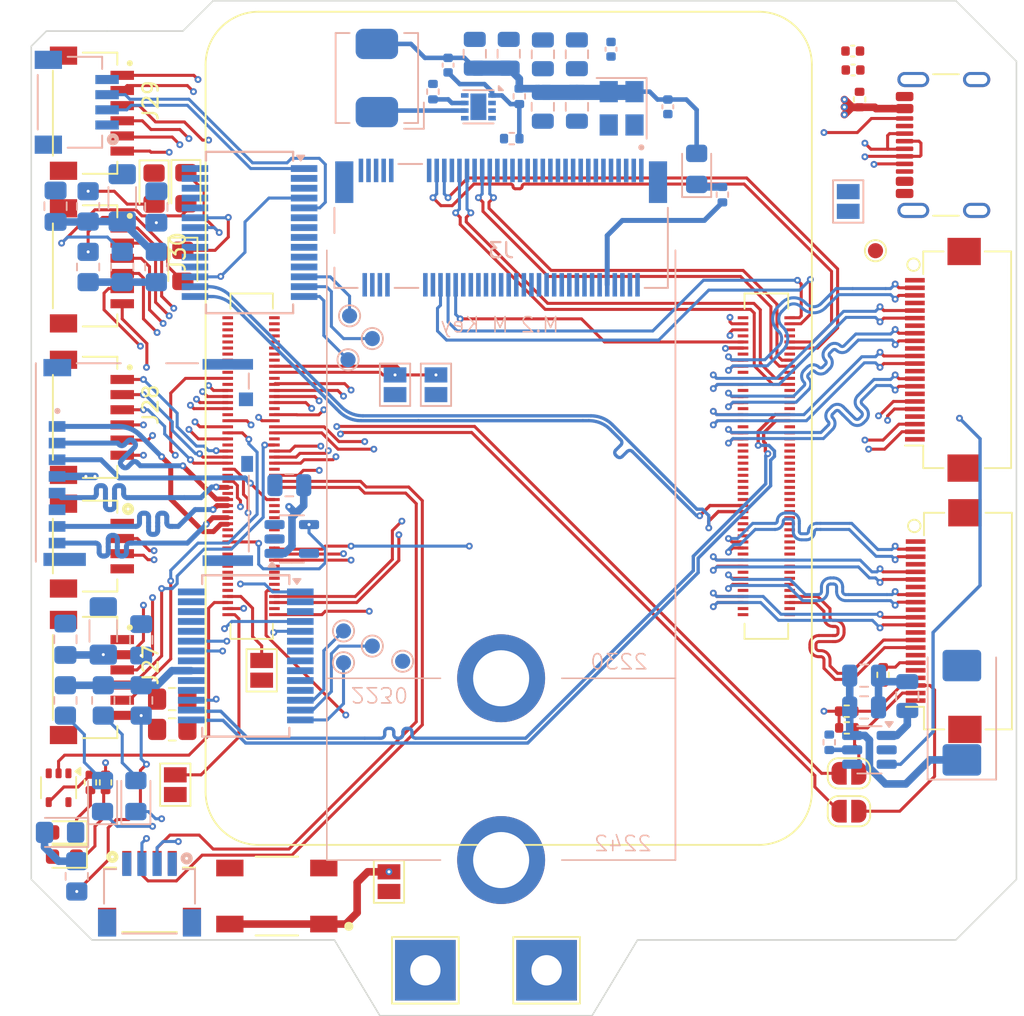
<source format=kicad_pcb>
(kicad_pcb (version 20240108) (generator "pcbnew") (generator_version "8.0")
  (layers (0 "F.Cu" signal) (1 "In1.Cu" signal) (2 "In2.Cu" signal) (31 "B.Cu" signal) (34 "B.Paste" user) (35 "F.Paste" user) (36 "B.SilkS" user "B.Silkscreen") (37 "F.SilkS" user "F.Silkscreen") (38 "B.Mask" user) (39 "F.Mask" user) (44 "Edge.Cuts" user))
  (net 0 "")
  (net 1 "GND")
  (net 2 "/+5v")
  (net 3 "Net-(U1-3V3OUT)")
  (net 4 "Net-(C4-Pad2)")
  (net 5 "Net-(C6-Pad2)")
  (net 6 "/SD_PWR")
  (net 7 "Net-(U2-3V3OUT)")
  (net 8 "/VBUS")
  (net 9 "/M2_3v3")
  (net 10 "/FB")
  (net 11 "Net-(D1-A)")
  (net 12 "/TXL1")
  (net 13 "/RXL1")
  (net 14 "Net-(D2-A)")
  (net 15 "Net-(D3-A)")
  (net 16 "Net-(D4-A)")
  (net 17 "Net-(D5-A)")
  (net 18 "/TXL2")
  (net 19 "Net-(D6-A)")
  (net 20 "/RXL2")
  (net 21 "/+3.3v")
  (net 22 "Net-(D7-K)")
  (net 23 "Net-(D8-K)")
  (net 24 "Net-(D9-K)")
  (net 25 "/SD_DAT3")
  (net 26 "/SD_DAT2")
  (net 27 "/SD_DAT0")
  (net 29 "/SD_CLK")
  (net 30 "/SD_CMD")
  (net 32 "/SD_DAT1")
  (net 34 "Net-(J3-SUSCLK)")
  (net 36 "/PCIE_CLK_P")
  (net 38 "Net-(J3-DAS{slash}~{DSS}{slash}~{LED1})")
  (net 39 "/PCIE_RX_P")
  (net 43 "/PCIE_nRST")
  (net 49 "/PCIE_nCLKREQ")
  (net 52 "/PCIE_RX_N")
  (net 63 "/PCIE_TX_N")
  (net 66 "/PCIE_CLK_N")
  (net 68 "/PCIE_TX_P")
  (net 71 "/PCIE_nWAKE")
  (net 77 "/CAM_GPIO1")
  (net 78 "/DPHY0_D0_P")
  (net 79 "/DPHY0_D2_P")
  (net 80 "/CAM_GPIO0")
  (net 81 "/SCL0")
  (net 82 "/DPHY_C_P")
  (net 83 "/DPHY_C_N")
  (net 84 "/GPIO3")
  (net 85 "/DPHY0_D3_P")
  (net 86 "/DPHY0_D2_N")
  (net 87 "/DPHY0_D1_P")
  (net 88 "/DPHY0_D3_N")
  (net 89 "/DPHY0_D1_N")
  (net 90 "/DPHY0_D0_N")
  (net 91 "/DPHY1_C_N")
  (net 92 "/DPHY1_D3_N")
  (net 94 "/GPIO2")
  (net 95 "Net-(J5-Pin_17)")
  (net 96 "/DPHY1_C_P")
  (net 97 "/SDA1")
  (net 98 "/DPHY1_D2_P")
  (net 99 "/DPHY1_D0_N")
  (net 100 "/DPHY1_D1_N")
  (net 101 "/DPHY1_D3_P")
  (net 102 "/DPHY1_D1_P")
  (net 103 "/DPHY1_D2_N")
  (net 104 "/WL_nDisable")
  (net 105 "/BT_nDisable")
  (net 106 "/GPIO14")
  (net 107 "/GPIO15")
  (net 108 "/SDA0")
  (net 109 "/SCL1")
  (net 110 "/RX_TELEM")
  (net 111 "/TX_TELEM")
  (net 112 "/GPIO9")
  (net 113 "/GPIO10")
  (net 114 "/CE0")
  (net 115 "/GPIO11")
  (net 116 "/GPIO4")
  (net 117 "/GPIO7")
  (net 118 "/GPIO6")
  (net 119 "/GPIO13")
  (net 120 "/GPIO12")
  (net 121 "/GPIO5")
  (net 122 "/GPIO21")
  (net 123 "/GPIO16")
  (net 124 "/GPIO20")
  (net 125 "/GPIO19")
  (net 126 "/GPIO18")
  (net 127 "/GPIO17")
  (net 128 "/GPIO25")
  (net 129 "/GPIO22")
  (net 130 "/GPIO24")
  (net 131 "/GPIO26")
  (net 132 "/GPIO23")
  (net 133 "/GPIO27")
  (net 134 "/nRPIBOOT")
  (net 135 "/EEPROM-nWP")
  (net 136 "/SYNC_OUT")
  (net 137 "/USBOTG")
  (net 138 "/PMIC_ENABLE")
  (net 139 "/PWR_BUT")
  (net 140 "/ID_SC")
  (net 141 "/ID_SD")
  (net 142 "Net-(U9-LX)")
  (net 143 "/TACHO")
  (net 147 "/TRD0_P")
  (net 149 "/SD_PWR_ON")
  (net 150 "/TRD2_N")
  (net 154 "/USB3-1-D_P")
  (net 155 "/USB2_P")
  (net 156 "/nPWR_LED")
  (net 159 "/GPIO_VREF")
  (net 162 "/TRD2_P")
  (net 166 "/CC2")
  (net 167 "/+1.8v")
  (net 168 "/CC1")
  (net 169 "/VBUS_EN")
  (net 171 "/ETH_LEDY")
  (net 175 "/TRD1_N")
  (net 178 "/USB3-0-D_N")
  (net 179 "/USB3-1-D_N")
  (net 182 "/ETH_LEDG")
  (net 186 "/TRD0_N")
  (net 190 "/LED_nACT")
  (net 192 "/PCIE_PWR_EN")
  (net 194 "/TRD1_P")
  (net 197 "/PWM")
  (net 198 "/USB3-0-D_P")
  (net 203 "/TRD3_P")
  (net 205 "/TRD3_N")
  (net 206 "/USB2_N")
  (net 208 "Net-(R17-Pad2)")
  (net 209 "Net-(U8-ILIM)")
  (net 210 "Net-(U1-CBUS2)")
  (net 211 "Net-(U1-CBUS3)")
  (net 212 "Net-(U1-CBUS4)")
  (net 213 "Net-(U2-CBUS2)")
  (net 214 "Net-(U2-CBUS3)")
  (net 215 "Net-(U2-CBUS4)")
  (net 241 "/RX_CRSF")
  (net 242 "/TX_CRSF")
  (net 243 "/DPHY1_D0_P")
  (footprint "Resistor_SMD:R_0402_1005Metric" (layer "F.Cu") (at 156.2 112.5 90)
    (property "Reference" "R12" (hide yes))
    (property "Value" "2.2K|1%" (hide yes))
  )
  (footprint "CM5IO:Raspberry-Pi-5-Compute-Module" (layer "F.Cu") (at 115 120.225)
    (property "Reference" "Module1" (hide yes))
    (property "Value" "ComputeModule5-CM5" (hide yes))
  )
  (footprint "Resistor_SMD:R_0805_2012Metric_Pad1.20x1.40mm_HandSolder" (layer "F.Cu") (at 109.3 116.1 180)
    (property "Reference" "R16" (hide yes))
    (property "Value" "0R" (hide yes))
  )
  (footprint "SM06B-SRSS-TB_LF__SN_:JST_SM06B-SRSS-TB_LF__SN_" (layer "F.Cu") (at 106 85.5 -90)
    (property "Reference" "J30")
    (property "Value" "SM06B-SRSS-TB_LF__SN_" (hide yes))
  )
  (footprint "Resistor_SMD:R_0402_1005Metric" (layer "F.Cu") (at 103.9 119.6 90)
    (property "Reference" "R17" (hide yes))
    (property "Value" "1K" (hide yes))
  )
  (footprint "LED_SMD:LED_0603_1608Metric" (layer "F.Cu") (at 102.2 122.9 180)
    (property "Reference" "D7" (hide yes))
    (property "Value" "LED RED" (hide yes))
  )
  (footprint "SM04B-SRSS-TB_LF__SN_:JST_SM04B-SRSS-TB_LF__SN_" (layer "F.Cu") (at 106 104 -90)
    (property "Reference" "J22" (hide yes))
    (property "Value" "SM04B-SRSS-TB_LF__SN_" (hide yes))
  )
  (footprint "LED_SMD:LED_0603_1608Metric" (layer "F.Cu") (at 102.1875 124.5 180)
    (property "Reference" "D8" (hide yes))
    (property "Value" "LED" (hide yes))
  )
  (footprint "TestPoint:TestPoint_THTPad_4.0x4.0mm_Drill2.0mm" (layer "F.Cu") (at 126 132 90)
    (property "Reference" "J23" (hide yes))
    (property "Value" "Conn_01x01" (hide yes))
  )
  (footprint "SM06B-SRSS-TB_LF__SN_:JST_SM06B-SRSS-TB_LF__SN_" (layer "F.Cu") (at 106 112.673 -90)
    (property "Reference" "J27")
    (property "Value" "SM06B-SRSS-TB_LF__SN_" (hide yes))
  )
  (footprint "CM5IO:Hirose_FH12-22S-0.5SH_1x22-1MP_P0.50mm_Horizontal" (layer "F.Cu") (at 160.15 91.7 90)
    (property "Reference" "J4" (hide yes))
    (property "Value" "Conn_01x22_Socket" (hide yes))
  )
  (footprint "Jumper:SolderJumper-2_P1.3mm_Open_RoundedPad1.0x1.5mm" (layer "F.Cu") (at 153.95 121.5)
    (property "Reference" "JP7" (hide yes))
    (property "Value" "SolderJumper_2_Open" (hide yes))
  )
  (footprint "LED_SMD:LED_0805_2012Metric_Pad1.15x1.40mm_HandSolder" (layer "F.Cu") (at 110 85.5 -90)
    (property "Reference" "D5" (hide yes))
    (property "Value" "LED" (hide yes))
  )
  (footprint "TestPoint:TestPoint_Pad_D1.0mm" (layer "F.Cu") (at 155.7 84.5 90)
    (property "Reference" "TP35" (hide yes))
    (property "Value" "TestPoint" (hide yes))
  )
  (footprint "SM06B-SRSS-TB_LF__SN_:JST_SM06B-SRSS-TB_LF__SN_" (layer "F.Cu") (at 106 95.5 -90)
    (property "Reference" "J28")
    (property "Value" "SM06B-SRSS-TB_LF__SN_" (hide yes))
  )
  (footprint "Resistor_SMD:R_0402_1005Metric" (layer "F.Cu") (at 153.8 114.9)
    (property "Reference" "R14" (hide yes))
    (property "Value" "2.2K|1%" (hide yes))
  )
  (footprint "Jumper:SolderJumper-2_P1.3mm_Open_Pad1.0x1.5mm" (layer "F.Cu") (at 109.5 119.75 90)
    (property "Reference" "JP5" (hide yes))
    (property "Value" "SolderJumper_2_Open" (hide yes))
  )
  (footprint "SM06B-SRSS-TB_LF__SN_:JST_SM06B-SRSS-TB_LF__SN_" (layer "F.Cu") (at 106 75.423 -90)
    (property "Reference" "J29")
    (property "Value" "SM06B-SRSS-TB_LF__SN_" (hide yes))
  )
  (footprint "Jumper:SolderJumper-2_P1.3mm_Open_RoundedPad1.0x1.5mm" (layer "F.Cu") (at 153.95 119)
    (property "Reference" "JP8" (hide yes))
    (property "Value" "SolderJumper_2_Open" (hide yes))
  )
  (footprint "Resistor_SMD:R_0805_2012Metric_Pad1.20x1.40mm_HandSolder" (layer "F.Cu") (at 109.3 114.1)
    (property "Reference" "R15" (hide yes))
    (property "Value" "0R" (hide yes))
  )
  (footprint "LED_SMD:LED_0805_2012Metric_Pad1.15x1.40mm_HandSolder" (layer "F.Cu") (at 108.1 80.4 -90)
    (property "Reference" "D4" (hide yes))
    (property "Value" "LED" (hide yes))
  )
  (footprint "Capacitor_SMD:C_0402_1005Metric" (layer "F.Cu") (at 154.22 72.57)
    (property "Reference" "C2" (hide yes))
    (property "Value" "100n" (hide yes))
  )
  (footprint "Capacitor_SMD:C_0402_1005Metric" (layer "F.Cu") (at 154.2 71.32)
    (property "Reference" "C1" (hide yes))
    (property "Value" "100n" (hide yes))
  )
  (footprint "Connector_USB:USB_C_Receptacle_GCT_USB4105-xx-A_16P_TopMnt_Horizontal" (layer "F.Cu") (at 161.3 77.52 90)
    (property "Reference" "J1" (hide yes))
    (property "Value" "USB_C_Receptacle_USB2.0_16P" (hide yes))
  )
  (footprint "Jumper:SolderJumper-2_P1.3mm_Open_Pad1.0x1.5mm" (layer "F.Cu") (at 115.2 112.2 90)
    (property "Reference" "JP1" (hide yes))
    (property "Value" "SolderJumper_2_Open" (hide yes))
  )
  (footprint "Package_TO_SOT_SMD:SOT-353_SC-70-5" (layer "F.Cu") (at 101.8 119.95 -90)
    (property "Reference" "U7" (hide yes))
    (property "Value" "74LVC1G07_copy" (hide yes))
  )
  (footprint "SKQGAFE010:SW_SKQGAFE010" (layer "F.Cu") (at 116.2 127.1 180)
    (property "Reference" "S1" (hide yes))
    (property "Value" "SKQGAFE010" (hide yes))
  )
  (footprint "Resistor_SMD:R_0402_1005Metric" (layer "F.Cu") (at 153.81 116 180)
    (property "Reference" "R13" (hide yes))
    (property "Value" "2.2K|1%" (hide yes))
  )
  (footprint "LED_SMD:LED_0805_2012Metric_Pad1.15x1.40mm_HandSolder" (layer "F.Cu") (at 110.2 80.375 -90)
    (property "Reference" "D6" (hide yes))
    (property "Value" "LED" (hide yes))
  )
  (footprint "SM04B-SRSS-TB_LF__SN_:JST_SM04B-SRSS-TB_LF__SN_" (layer "F.Cu") (at 107.8 124.9)
    (property "Reference" "J26" (hide yes))
    (property "Value" "SM04B-SRSS-TB_LF__SN_" (hide yes))
  )
  (footprint "Jumper:SolderJumper-2_P1.3mm_Open_Pad1.0x1.5mm" (layer "F.Cu") (at 123.6 126.15 90)
    (property "Reference" "JP6" (hide yes))
    (property "Value" "SolderJumper_2_Open" (hide yes))
  )
  (footprint "CM5IO:Hirose_FH12-22S-0.5SH_1x22-1MP_P0.50mm_Horizontal" (layer "F.Cu") (at 160.2 108.95 90)
    (property "Reference" "J5" (hide yes))
    (property "Value" "Conn_01x22_Socket" (hide yes))
  )
  (footprint "Resistor_SMD:R_0402_1005Metric" (layer "F.Cu") (at 104.9 119.6 90)
    (property "Reference" "R19" (hide yes))
    (property "Value" "1K" (hide yes))
  )
  (footprint "TestPoint:TestPoint_THTPad_4.0x4.0mm_Drill2.0mm" (layer "F.Cu") (at 134 132 90)
    (property "Reference" "J8" (hide yes))
    (property "Value" "Conn_01x01" (hide yes))
  )
  (footprint "Resistor_SMD:R_0402_1005Metric" (layer "F.Cu") (at 154.65 74.52 90)
    (property "Reference" "R1" (hide yes))
    (property "Value" "2.2K 1%" (hide yes))
  )
  (footprint "Capacitor_SMD:C_0805_2012Metric" (layer "B.Cu") (at 136 75 -90)
    (property "Reference" "C22" (hide yes))
    (property "Value" "10uF" (hide yes))
  )
  (footprint "CM5IO:M.2 M Key socket" (layer "B.Cu") (at 131 84.475 180)
    (property "Reference" "J3")
    (property "Value" "Bus_M.2_Socket_M" (hide yes))
  )
  (footprint "TestPoint:TestPoint_Pad_D1.0mm" (layer "B.Cu") (at 120.6 111.7 180)
    (property "Reference" "TP2" (hide yes))
    (property "Value" "PWREN1" (hide yes))
  )
  (footprint "Resistor_SMD:R_0805_2012Metric_Pad1.20x1.40mm_HandSolder" (layer "B.Cu") (at 103.75 81.575 -90)
    (property "Reference" "R7" (hide yes))
    (property "Value" "1K" (hide yes))
  )
  (footprint "Capacitor_SMD:C_1206_3216Metric_Pad1.33x1.80mm_HandSolder" (layer "B.Cu") (at 104.75 109.6 90)
    (property "Reference" "C5" (hide yes))
    (property "Value" "10uF" (hide yes))
  )
  (footprint "Jumper:SolderJumper-2_P1.3mm_Open_Pad1.0x1.5mm" (layer "B.Cu") (at 126.7 93.35 90)
    (property "Reference" "JP3" (hide yes))
    (property "Value" "SolderJumper_2_Open" (hide yes))
  )
  (footprint "Resistor_SMD:R_0402_1005Metric" (layer "B.Cu") (at 152.65 116.95 90)
    (property "Reference" "R18" (hide yes))
    (property "Value" "15K" (hide yes))
  )
  (footprint "Capacitor_SMD:C_0805_2012Metric" (layer "B.Cu") (at 154.95 112.55)
    (property "Reference" "C13" (hide yes))
    (property "Value" "10uF" (hide yes))
  )
  (footprint "LED_SMD:LED_0805_2012Metric_Pad1.15x1.40mm_HandSolder" (layer "B.Cu") (at 104.7 120.5 90)
    (property "Reference" "D1" (hide yes))
    (property "Value" "LED" (hide yes))
  )
  (footprint "Jumper:SolderJumper-2_P1.3mm_Open_Pad1.0x1.5mm" (layer "B.Cu") (at 124 93.35 90)
    (property "Reference" "JP2" (hide yes))
    (property "Value" "SolderJumper_2_Open" (hide yes))
  )
  (footprint "Capacitor_SMD:C_0805_2012Metric" (layer "B.Cu") (at 133.75 75 -90)
    (property "Reference" "C21" (hide yes))
    (property "Value" "10uF" (hide yes))
  )
  (footprint "Capacitor_SMD:C_0402_1005Metric" (layer "B.Cu") (at 142 75 -90)
    (property "Reference" "C23" (hide yes))
    (property "Value" "100nF" (hide yes))
  )
  (footprint "Resistor_SMD:R_0805_2012Metric_Pad1.20x1.40mm_HandSolder" (layer "B.Cu") (at 106 85.575 90)
    (property "Reference" "R9" (hide yes))
    (property "Value" "1K" (hide yes))
  )
  (footprint "Capacitor_SMD:C_0805_2012Metric" (layer "B.Cu") (at 117.025 99.98 180)
    (property "Reference" "C8" (hide yes))
    (property "Value" "10uF" (hide yes))
  )
  (footprint "Capacitor_SMD:C_0402_1005Metric" (layer "B.Cu") (at 127.5 72.25 -90)
    (property "Reference" "C18" (hide yes))
    (property "Value" "4.7nF" (hide yes))
  )
  (footprint "Capacitor_Tantalum_SMD:CP_EIA-7343-31_Kemet-D" (layer "B.Cu") (at 161.4 115 90)
    (property "Reference" "C14" (hide yes))
    (property "Value" "100uF" (hide yes))
  )
  (footprint "LED_SMD:LED_0805_2012Metric_Pad1.15x1.40mm_HandSolder" (layer "B.Cu") (at 106.9 120.5 90)
    (property "Reference" "D2" (hide yes))
    (property "Value" "LED" (hide yes))
  )
  (footprint "Resistor_SMD:R_0402_1005Metric" (layer "B.Cu") (at 132.2 74.31 -90)
    (property "Reference" "R21" (hide yes))
    (property "Value" "10K | 1%" (hide yes))
  )
  (footprint "Resistor_SMD:R_0805_2012Metric_Pad1.20x1.40mm_HandSolder" (layer "B.Cu") (at 103 125.8 -90)
    (property "Reference" "R5" (hide yes))
    (property "Value" "1K" (hide yes))
  )
  (footprint "Capacitor_SMD:C_0805_2012Metric_Pad1.18x1.45mm_HandSolder" (layer "B.Cu") (at 102.25 110.15 -90)
    (property "Reference" "C4" (hide yes))
    (property "Value" "100nF" (hide yes))
  )
  (footprint "Resistor_SMD:R_0805_2012Metric_Pad1.20x1.40mm_HandSolder" (layer "B.Cu") (at 108.25 85.575 90)
    (property "Reference" "R6" (hide yes))
    (property "Value" "0" (hide yes))
  )
  (footprint "Package_DFN_QFN:DFN-8-1EP_2x2mm_P0.5mm_EP1.05x1.75mm" (layer "B.Cu") (at 129.5 75 180)
    (property "Reference" "U9" (hide yes))
    (property "Value" "AP3441SHE-7B" (hide yes))
  )
  (footprint "Capacitor_SMD:C_0805_2012Metric" (layer "B.Cu") (at 154.95 114.65)
    (property "Reference" "C12" (hide yes))
    (property "Value" "10uF" (hide yes))
  )
  (footprint "Resistor_SMD:R_0805_2012Metric_Pad1.20x1.40mm_HandSolder" (layer "B.Cu") (at 104.75 114.1875 -90)
    (property "Reference" "R3" (hide yes))
    (property "Value" "1K" (hide yes))
  )
  (footprint "TestPoint:TestPoint_Pad_D1.0mm" (layer "B.Cu") (at 120.6 109.6 180)
    (property "Reference" "TP3" (hide yes))
    (property "Value" "SLEEP1" (hide yes))
  )
  (footprint "Package_TO_SOT_SMD:SOT-23-6" (layer "B.Cu") (at 155.3 117.45 180)
    (property "Reference" "U8" (hide yes))
    (property "Value" "AP2553W6" (hide yes))
  )
  (footprint "SM04B-SRSS-TB_LF__SN_:JST_SM04B-SRSS-TB_LF__SN_" (layer "B.Cu") (at 105 74.7 90)
    (property "Reference" "J25" (hide yes))
    (property "Value" "SM04B-SRSS-TB_LF__SN_" (hide yes))
  )
  (footprint "Capacitor_SMD:C_0805_2012Metric_Pad1.18x1.45mm_HandSolder" (layer "B.Cu") (at 107.25 110.1875 -90)
    (property "Reference" "C3" (hide yes))
    (property "Value" "1uF" (hide yes))
  )
  (footprint "TestPoint:TestPoint_Pad_D1.0mm" (layer "B.Cu") (at 122.5 90.3 -90)
    (property "Reference" "TP4" (hide yes))
    (property "Value" "TEN2" (hide yes))
  )
  (footprint "Capacitor_SMD:C_0805_2012Metric" (layer "B.Cu") (at 157.8 113.9 90)
    (property "Reference" "C11" (hide yes))
    (property "Value" "10uF" (hide yes))
  )
  (footprint "Package_TO_SOT_SMD:SOT-23-5" (layer "B.Cu") (at 117.1875 103.53)
    (property "Reference" "U3" (hide yes))
    (property "Value" "RT9742GGJ5" (hide yes))
  )
  (footprint "Capacitor_SMD:C_1206_3216Metric_Pad1.33x1.80mm_HandSolder" (layer "B.Cu") (at 106 81.0125 90)
    (property "Reference" "C7" (hide yes))
    (property "Value" "10uF" (hide yes))
  )
  (footprint "Capacitor_SMD:C_0805_2012Metric_Pad1.18x1.45mm_HandSolder" (layer "B.Cu") (at 108.25 81.6125 -90)
    (property "Reference" "C9" (hide yes))
    (property "Value" "1uF" (hide yes))
  )
  (footprint "TestPoint:TestPoint_Pad_D1.0mm" (layer "B.Cu") (at 122.5 110.6 180)
    (property "Reference" "TP1" (hide yes))
    (property "Value" "TEN1" (hide yes))
  )
  (footprint "LED_SMD:LED_0805_2012Metric_Pad1.15x1.40mm_HandSolder" (layer "B.Cu") (at 101.9 122.9 180)
    (property "Reference" "D3" (hide yes))
    (property "Value" "LED" (hide yes))
  )
  (footprint "Package_SO:SSOP-28_5.3x10.2mm_P0.65mm" (layer "B.Cu") (at 114.15 111.25 180)
    (property "Reference" "U1" (hide yes))
    (property "Value" "FT232RL" (hide yes))
  )
  (footprint "Capacitor_SMD:C_0805_2012Metric" (layer "B.Cu") (at 131.5 71.5 90)
    (property "Reference" "C19" (hide yes))
    (property "Value" "10uF" (hide yes))
  )
  (footprint "SM04B-SRSS-TB_LF__SN_:JST_SM04B-SRSS-TB_LF__SN_" (layer "B.Cu") (at 107.8 125 180)
    (property "Reference" "J24" (hide yes))
    (property "Value" "SM04B-SRSS-TB_LF__SN_" (hide yes))
  )
  (footprint "Resistor_SMD:R_0805_2012Metric_Pad1.20x1.40mm_HandSolder" (layer "B.Cu") (at 107.25 114.1875 -90)
    (property "Reference" "R4" (hide yes))
    (property "Value" "0" (hide yes))
  )
  (footprint "Capacitor_SMD:C_0805_2012Metric" (layer "B.Cu") (at 133.754721 71.536115 90)
    (property "Reference" "C15" (hide yes))
    (property "Value" "10uF" (hide yes))
  )
  (footprint "Capacitor_SMD:C_0402_1005Metric" (layer "B.Cu") (at 138.25 71.2 90)
    (property "Reference" "C17" (hide yes))
    (property "Value" "100nF" (hide yes))
  )
  (footprint "TestPoint:TestPoint_Pad_D1.0mm" (layer "B.Cu") (at 121 88.8 -90)
    (property "Reference" "TP6" (hide yes))
    (property "Value" "SLEEP2" (hide yes))
  )
  (footprint "Resistor_SMD:R_0402_1005Metric" (layer "B.Cu") (at 145.6 80.8 -90)
    (property "Reference" "R23" (hide yes))
    (property "Value" "1K" (hide yes))
  )
  (footprint "Jumper:SolderJumper-2_P1.3mm_Open_Pad1.0x1.5mm" (layer "B.Cu") (at 153.9 81.25 -90)
    (property "Reference" "JP4" (hide yes))
    (property "Value" "SolderJumper_2_Open" (hide yes))
  )
  (footprint "Package_SO:SSOP-28_5.3x10.2mm_P0.65mm" (layer "B.Cu") (at 114.4 83.3 180)
    (property "Reference" "U2" (hide yes))
    (property "Value" "FT232RL" (hide yes))
  )
  (footprint "CM5IO:L_Bourns_SRP5030CC" (layer "B.Cu") (at 122.8 73.1 90)
    (property "Reference" "L1" (hide yes))
    (property "Value" "2.2uH" (hide yes))
  )
  (footprint "TestPoint:TestPoint_Pad_D1.0mm" (layer "B.Cu") (at 120.9 91.7 -90)
    (property "Reference" "TP5" (hide yes))
    (property "Value" "PWREN2" (hide yes))
  )
  (footprint "LED_SMD:LED_0805_2012Metric_Pad1.15x1.40mm_HandSolder" (layer "B.Cu") (at 143.9 79.1 90)
    (property "Reference" "D9" (hide yes))
    (property "Value" "LED" (hide yes))
  )
  (footprint "Resistor_SMD:R_0402_1005Metric" (layer "B.Cu") (at 131.7 77.1 180)
    (property "Reference" "R22" (hide yes))
    (property "Value" "2.2K | 1%" (hide yes))
  )
  (footprint "CM5IO:SDCARD_MOLEX_503398-1892" (layer "B.Cu") (at 107.325 98.48 -90)
    (property "Reference" "J2" (hide yes))
    (property "Value" "Micro_SD_Card_Det2" (hide yes))
  )
  (footprint "Resistor_SMD:R_0805_2012Metric_Pad1.20x1.40mm_HandSolder" (layer "B.Cu") (at 102.25 114.1875 90)
    (property "Reference" "R2" (hide yes))
    (property "Value" "1K" (hide yes))
  )
  (footprint "Crystal:Crystal_SMD_3225-4Pin_3.2x2.5mm" (layer "B.Cu") (at 138.95 75.1 -90)
    (property "Reference" "U10" (hide yes))
    (property "Value" "ASEK-32.768KHZ-L-R-T" (hide yes))
  )
  (footprint "Capacitor_SMD:C_0805_2012Metric" (layer "B.Cu") (at 129.26 71.5 90)
    (property "Reference" "C20" (hide yes))
    (property "Value" "10uF" (hide yes))
  )
  (footprint "Capacitor_SMD:C_0805_2012Metric_Pad1.18x1.45mm_HandSolder" (layer "B.Cu") (at 101.6 81.5625 -90)
    (property "Reference" "C6" (hide yes))
    (property "Value" "100nF" (hide yes))
  )
  (footprint "Resistor_SMD:R_0805_2012Metric_Pad1.20x1.40mm_HandSolder" (layer "B.Cu") (at 103.75 85.575 -90)
    (property "Reference" "R8" (hide yes))
    (property "Value" "1K" (hide yes))
  )
  (footprint "Capacitor_SMD:C_0805_2012Metric" (layer "B.Cu") (at 135.998395 71.53266 90)
    (property "Reference" "C16" (hide yes))
    (property "Value" "10uF" (hide yes))
  )
  (footprint "TestPoint:TestPoint_Pad_D1.0mm" (layer "B.Cu") (at 124.5 111.6 90)
    (property "Reference" "TP33" (hide yes))
    (property "Value" "TestPoint" (hide yes))
  )
  (footprint "Resistor_SMD:R_0402_1005Metric" (layer "B.Cu") (at 126.5 74 90)
    (property "Reference" "R20" (hide yes))
    (property "Value" "100K | 1%" (hide yes))
  )
  (gr_line (start 100 71) (end 100 126) (stroke (width 0.1)) (layer "Edge.Cuts"))
  (gr_line (start 150 68) (end 161 68) (stroke (width 0.1)) (layer "Edge.Cuts"))
  (gr_line (start 100 71) (end 101 70) (stroke (width 0.1)) (layer "Edge.Cuts"))
  (gr_line (start 137 135) (end 140 130) (stroke (width 0.1)) (layer "Edge.Cuts"))
  (gr_line (start 165 126) (end 165 72) (stroke (width 0.1)) (layer "Edge.Cuts"))
  (gr_line (start 110 70) (end 112 68) (stroke (width 0.1)) (layer "Edge.Cuts"))
  (gr_line (start 100 126) (end 104 130) (stroke (width 0.1)) (layer "Edge.Cuts"))
  (gr_line (start 161 130) (end 165 126) (stroke (width 0.1)) (layer "Edge.Cuts"))
  (gr_line (start 165 72) (end 161 68) (stroke (width 0.1)) (layer "Edge.Cuts"))
  (gr_line (start 113 68) (end 150 68) (stroke (width 0.1)) (layer "Edge.Cuts"))
  (gr_line (start 123 135) (end 137 135) (stroke (width 0.1)) (layer "Edge.Cuts"))
  (gr_line (start 112 68) (end 113 68) (stroke (width 0.1)) (layer "Edge.Cuts"))
  (gr_line (start 120 130) (end 123 135) (stroke (width 0.1)) (layer "Edge.Cuts"))
  (gr_line (start 104 130) (end 120 130) (stroke (width 0.1)) (layer "Edge.Cuts"))
  (gr_line (start 101 70) (end 105 70) (stroke (width 0.1)) (layer "Edge.Cuts"))
  (gr_line (start 140 130) (end 161 130) (stroke (width 0.1)) (layer "Edge.Cuts"))
  (gr_line (start 105 70) (end 110 70) (stroke (width 0.1)) (layer "Edge.Cuts"))
  (segment (start 133.25 113) (end 133.25 113.5) (width 0.147) (layer "F.Cu") (net 1))
  (segment (start 133 113.75) (end 132.25 113.75) (width 0.147) (layer "F.Cu") (net 1))
  (segment (start 132.25 113.75) (end 131.7515 113.2515) (width 0.147) (layer "F.Cu") (net 1))
  (segment (start 133.25 113.5) (end 133 113.75) (width 0.147) (layer "F.Cu") (net 1))
  (segment (start 156.3 112.95) (end 155.9 112.55) (width 0.5) (layer "B.Cu") (net 1))
  (segment (start 155.9 114.65) (end 155.9 112.55) (width 0.5) (layer "B.Cu") (net 1))
  (segment (start 157.8 112.95) (end 156.3 112.95) (width 0.5) (layer "B.Cu") (net 1))
  (segment (start 154.65 75.03) (end 153.66 75.03) (width 0.5) (layer "F.Cu") (net 2))
  (segment (start 154.16 75.03) (end 153.65 74.52) (width 0.5) (layer "F.Cu") (net 2))
  (segment (start 154.14 75.03) (end 153.65 75.52) (width 0.5) (layer "F.Cu") (net 2))
  (segment (start 155.74 75.12) (end 155.65 75.03) (width 0.5) (layer "F.Cu") (net 2))
  (segment (start 155.65 75.03) (end 154.65 75.03) (width 0.5) (layer "F.Cu") (net 2))
  (segment (start 154.65 75.03) (end 154.16 75.03) (width 0.5) (layer "F.Cu") (net 2))
  (segment (start 157.145 75.12) (end 156.8 75.12) (width 0.5) (layer "F.Cu") (net 2))
  (segment (start 153.66 75.03) (end 153.65 75.02) (width 0.5) (layer "F.Cu") (net 2))
  (segment (start 154.65 75.03) (end 154.14 75.03) (width 0.5) (layer "F.Cu") (net 2))
  (segment (start 156.8 75.12) (end 155.74 75.12) (width 0.5) (layer "F.Cu") (net 2))
  (via (at 153.65 75.52) (size 0.45) (drill 0.2) (layers "F.Cu" "B.Cu") (net 2))
  (via (at 153.65 74.52) (size 0.45) (drill 0.2) (layers "F.Cu" "B.Cu") (net 2))
  (via (at 153.65 75.02) (size 0.45) (drill 0.2) (layers "F.Cu" "B.Cu") (net 2))
  (segment (start 156.4375 116.5) (end 157.1 116.5) (width 0.5) (layer "B.Cu") (net 2))
  (segment (start 157.8 115.8) (end 157.8 114.85) (width 0.5) (layer "B.Cu") (net 2))
  (segment (start 157.1 116.5) (end 157.8 115.8) (width 0.5) (layer "B.Cu") (net 2))
  (via (at 107.25 111.225) (size 0.45) (drill 0.2) (layers "F.Cu" "B.Cu") (net 3))
  (via (at 112.2 114.1) (size 0.45) (drill 0.2) (layers "F.Cu" "B.Cu") (net 3))
  (via (at 112.75 109.45) (size 0.45) (drill 0.2) (layers "F.Cu" "B.Cu") (net 3))
  (segment (start 112.75 109.45) (end 113.225 108.975) (width 0.2) (layer "B.Cu") (net 3))
  (segment (start 113.225 108.975) (end 117.75 108.975) (width 0.2) (layer "B.Cu") (net 3))
  (segment (start 110.55 114.175) (end 112.125 114.175) (width 0.2) (layer "B.Cu") (net 3))
  (segment (start 112.125 114.175) (end 112.2 114.1) (width 0.2) (layer "B.Cu") (net 3))
  (segment (start 106.435764 122.05) (end 105.614236 122.05) (width 0.2) (layer "F.Cu") (net 4))
  (segment (start 107.2 121.285764) (end 106.435764 122.05) (width 0.2) (layer "F.Cu") (net 4))
  (segment (start 105.075 124.725) (end 103 126.8) (width 0.2) (layer "F.Cu") (net 4))
  (segment (start 107.2 118.8) (end 107.2 121.285764) (width 0.2) (layer "F.Cu") (net 4))
  (segment (start 107.6 118.4) (end 107.2 118.8) (width 0.2) (layer "F.Cu") (net 4))
  (segment (start 105.614236 122.05) (end 105.075 122.589236) (width 0.2) (layer "F.Cu") (net 4))
  (segment (start 105.075 122.589236) (end 105.075 124.725) (width 0.2) (layer "F.Cu") (net 4))
  (segment (start 107.2 115.2375) (end 107.25 115.1875) (width 0.2) (layer "F.Cu") (net 4))
  (via (at 104.75 111.1625) (size 0.45) (drill 0.2) (layers "F.Cu" "B.Cu") (net 4))
  (via (at 103 126.8) (size 0.45) (drill 0.2) (layers "F.Cu" "B.Cu") (net 4))
  (via (at 107.25 115.1875) (size 0.45) (drill 0.2) (layers "F.Cu" "B.Cu") (net 4))
  (via (at 107.6 118.4) (size 0.45) (drill 0.2) (layers "F.Cu" "B.Cu") (net 4))
  (segment (start 104.5625 111.1875) (end 104.5875 111.1625) (width 0.5) (layer "B.Cu") (net 4))
  (segment (start 102.25 111.1875) (end 104.5625 111.1875) (width 0.5) (layer "B.Cu") (net 4))
  (segment (start 104.75 111) (end 104.75 111) (width 0.5) (layer "B.Cu") (net 4))
  (segment (start 107.6 118.4) (end 107.25 118.05) (width 0.2) (layer "B.Cu") (net 4))
  (segment (start 107.25 118.05) (end 107.25 115.1875) (width 0.2) (layer "B.Cu") (net 4))
  (segment (start 104.75 111.1625) (end 104.75 111) (width 0.5) (layer "B.Cu") (net 4))
  (segment (start 104.5875 111.1625) (end 104.75 111.1625) (width 0.5) (layer "B.Cu") (net 4))
  (segment (start 108 84.575) (end 106 82.575) (width 0.5) (layer "B.Cu") (net 5))
  (segment (start 108.25 84.575) (end 108 84.575) (width 0.5) (layer "B.Cu") (net 5))
  (segment (start 101.6 82.6) (end 103.725 82.6) (width 0.5) (layer "B.Cu") (net 5))
  (segment (start 103.725 82.6) (end 103.75 82.575) (width 0.5) (layer "B.Cu") (net 5))
  (segment (start 106 82.575) (end 103.75 82.575) (width 0.5) (layer "B.Cu") (net 5))
  (via (at 117 101.4) (size 0.45) (drill 0.2) (layers "F.Cu" "B.Cu") (net 6))
  (via (at 104.2 99.4) (size 0.45) (drill 0.2) (layers "F.Cu" "B.Cu") (net 6))
  (via (at 103.6 99.4) (size 0.45) (drill 0.2) (layers "F.Cu" "B.Cu") (net 6))
  (segment (start 116.05 104.48) (end 116.712499 104.48) (width 0.5) (layer "B.Cu") (net 6))
  (segment (start 117.7 101.6) (end 117.5 101.8) (width 0.5) (layer "B.Cu") (net 6))
  (segment (start 117.2 102.1) (end 117.7 101.6) (width 0.5) (layer "B.Cu") (net 6))
  (segment (start 117.7 101.6) (end 117.975 101.325) (width 0.5) (layer "B.Cu") (net 6))
  (segment (start 117.975 101.325) (end 117.975 99.98) (width 0.5) (layer "B.Cu") (net 6))
  (segment (start 103.6 99.4) (end 101.7 99.4) (width 0.5) (layer "B.Cu") (net 6))
  (segment (start 117.2 103.992499) (end 117.2 102.1) (width 0.5) (layer "B.Cu") (net 6))
  (segment (start 117.5 101.8) (end 117.4 101.8) (width 0.5) (layer "B.Cu") (net 6))
  (segment (start 103.6 99.4) (end 104.2 99.4) (width 0.5) (layer "B.Cu") (net 6))
  (segment (start 116.712499 104.48) (end 117.2 103.992499) (width 0.5) (layer "B.Cu") (net 6))
  (segment (start 117.4 101.8) (end 117 101.4) (width 0.5) (layer "B.Cu") (net 6))
  (via (at 108.25 82.65) (size 0.45) (drill 0.2) (layers "F.Cu" "B.Cu") (net 7))
  (via (at 112.5 86.2) (size 0.45) (drill 0.2) (layers "F.Cu" "B.Cu") (net 7))
  (segment (start 114.1 82.6) (end 114.1 84.6) (width 0.2) (layer "B.Cu") (net 7))
  (segment (start 110.8 86.225) (end 112.475 86.225) (width 0.2) (layer "B.Cu") (net 7))
  (segment (start 115.675 81.025) (end 114.1 82.6) (width 0.2) (layer "B.Cu") (net 7))
  (segment (start 112.475 86.225) (end 112.5 86.2) (width 0.2) (layer "B.Cu") (net 7))
  (segment (start 118 81.025) (end 115.675 81.025) (width 0.2) (layer "B.Cu") (net 7))
  (segment (start 114.1 84.6) (end 112.5 86.2) (width 0.2) (layer "B.Cu") (net 7))
  (segment (start 154 116.3375) (end 154.1625 116.5) (width 0.5) (layer "B.Cu") (net 8))
  (segment (start 157.7 119.7) (end 159.2875 118.1125) (width 0.5) (layer "B.Cu") (net 8))
  (segment (start 154.1625 116.5) (end 155 116.5) (width 0.5) (layer "B.Cu") (net 8))
  (segment (start 156.363738 119.7) (end 157.7 119.7) (width 0.5) (layer "B.Cu") (net 8))
  (segment (start 108.25 86.575) (end 106 86.575) (width 0.5) (layer "B.Cu") (net 8))
  (segment (start 110.55 112.225) (end 109.275 112.225) (width 0.5) (layer "B.Cu") (net 8))
  (segment (start 159.2875 118.1125) (end 161.4 118.1125) (width 0.5) (layer "B.Cu") (net 8))
  (segment (start 109.275 112.225) (end 108.3125 113.1875) (width 0.5) (layer "B.Cu") (net 8))
  (segment (start 155.3 116.8) (end 155.3 118.636262) (width 0.5) (layer "B.Cu") (net 8))
  (segment (start 154 114.65) (end 154 116.3375) (width 0.5) (layer "B.Cu") (net 8))
  (segment (start 108.3125 113.1875) (end 107.25 113.1875) (width 0.5) (layer "B.Cu") (net 8))
  (segment (start 102.25 113.1875) (end 104.75 113.1875) (width 0.5) (layer "B.Cu") (net 8))
  (segment (start 155.3 118.636262) (end 156.363738 119.7) (width 0.5) (layer "B.Cu") (net 8))
  (segment (start 154 114.65) (end 154 112.55) (width 0.5) (layer "B.Cu") (net 8))
  (segment (start 107.25 113.1875) (end 104.75 113.1875) (width 0.5) (layer "B.Cu") (net 8))
  (segment (start 155 116.5) (end 155.3 116.8) (width 0.5) (layer "B.Cu") (net 8))
  (segment (start 103.75 86.575) (end 106 86.575) (width 0.5) (layer "B.Cu") (net 8))
  (segment (start 143.22 74.52) (end 143.9 75.2) (width 0.3) (layer "B.Cu") (net 9))
  (segment (start 132.2 73.8) (end 133.5 73.8) (width 0.5) (layer "B.Cu") (net 9))
  (segment (start 133.5 73.8) (end 133.75 74.05) (width 0.5) (layer "B.Cu") (net 9))
  (segment (start 125.97 71.77) (end 127.5 71.77) (width 0.3) (layer "B.Cu") (net 9))
  (segment (start 132.2 73.15) (end 131.5 72.45) (width 0.5) (layer "B.Cu") (net 9))
  (segment (start 128.58 71.77) (end 129.26 72.45) (width 0.3) (layer "B.Cu") (net 9))
  (segment (start 127.5 71.77) (end 128.58 71.77) (width 0.3) (layer "B.Cu") (net 9))
  (segment (start 125.05 70.85) (end 125.97 71.77) (width 0.3) (layer "B.Cu") (net 9))
  (segment (start 133.75 74.05) (end 136 74.05) (width 1) (layer "B.Cu") (net 9))
  (segment (start 142 74.52) (end 141.32 74.52) (width 0.3) (layer "B.Cu") (net 9))
  (segment (start 122.8 70.85) (end 125.05 70.85) (width 0.3) (layer "B.Cu") (net 9))
  (segment (start 142 74.52) (end 143.22 74.52) (width 0.3) (layer "B.Cu") (net 9))
  (segment (start 141.32 74.52) (end 140.8 74) (width 0.3) (layer "B.Cu") (net 9))
  (segment (start 143.9 75.2) (end 143.9 78.075) (width 0.3) (layer "B.Cu") (net 9))
  (segment (start 132.2 73.8) (end 132.2 73.15) (width 0.5) (layer "B.Cu") (net 9))
  (segment (start 129.26 72.45) (end 131.5 72.45) (width 1) (layer "B.Cu") (net 9))
  (segment (start 136 74.05) (end 139.75 74.05) (width 1) (layer "B.Cu") (net 9))
  (segment (start 140.8 74) (end 139.8 74) (width 0.3) (layer "B.Cu") (net 9))
  (segment (start 132.2 77.09) (end 132.21 77.1) (width 0.3) (layer "B.Cu") (net 10))
  (segment (start 128.27 73.5) (end 129.9 73.5) (width 0.3) (layer "B.Cu") (net 10))
  (segment (start 129.9 73.5) (end 130.4 74) (width 0.3) (layer "B.Cu") (net 10))
  (segment (start 127.5 72.73) (end 128.27 73.5) (width 0.3) (layer "B.Cu") (net 10))
  (segment (start 132.2 74.82) (end 132.2 77.09) (width 0.3) (layer "B.Cu") (net 10))
  (segment (start 130.4 74.25) (end 131.05 74.25) (width 0.3) (layer "B.Cu") (net 10))
  (segment (start 131.62 74.82) (end 132.2 74.82) (width 0.3) (layer "B.Cu") (net 10))
  (segment (start 131.05 74.25) (end 131.62 74.82) (width 0.3) (layer "B.Cu") (net 10))
  (segment (start 130.4 74) (end 130.4 74.25) (width 0.3) (layer "B.Cu") (net 10))
  (segment (start 103.5 118.275) (end 103.5 116.4375) (width 0.2) (layer "B.Cu") (net 11))
  (segment (start 103.5 116.4375) (end 102.25 115.1875) (width 0.2) (layer "B.Cu") (net 11))
  (segment (start 104.7 119.475) (end 103.5 118.275) (width 0.2) (layer "B.Cu") (net 11))
  (via (at 112.9 110.275) (size 0.45) (drill 0.2) (layers "F.Cu" "B.Cu") (net 12))
  (via (at 108 122.5) (size 0.45) (drill 0.2) (layers "F.Cu" "B.Cu") (net 12))
  (segment (start 108 122.5) (end 105.675 122.5) (width 0.2) (layer "B.Cu") (net 12))
  (segment (start 105.675 122.5) (end 104.7 121.525) (width 0.2) (layer "B.Cu") (net 12))
  (segment (start 112.9 110.275) (end 110.55 110.275) (width 0.2) (layer "B.Cu") (net 12))
  (via (at 108.599479 122) (size 0.45) (drill 0.2) (layers "F.Cu" "B.Cu") (net 13))
  (via (at 112.625 110.925) (size 0.45) (drill 0.2) (layers "F.Cu" "B.Cu") (net 13))
  (segment (start 112.625 110.925) (end 110.55 110.925) (width 0.2) (layer "B.Cu") (net 13))
  (segment (start 107.725 121.525) (end 106.9 121.525) (width 0.2) (layer "B.Cu") (net 13))
  (segment (start 108.599479 122) (end 108.2 122) (width 0.2) (layer "B.Cu") (net 13))
  (segment (start 108.2 122) (end 107.725 121.525) (width 0.2) (layer "B.Cu") (net 13))
  (segment (start 106 118.3) (end 106 116.4375) (width 0.2) (layer "B.Cu") (net 14))
  (segment (start 106 116.4375) (end 104.75 115.1875) (width 0.2) (layer "B.Cu") (net 14))
  (segment (start 106.9 119.2) (end 106 118.3) (width 0.2) (layer "B.Cu") (net 14))
  (segment (start 106.9 119.475) (end 106.9 119.2) (width 0.2) (layer "B.Cu") (net 14))
  (segment (start 100.875 123.875) (end 100.875 122.9) (width 0.5) (layer "B.Cu") (net 15))
  (segment (start 103 124.8) (end 101.8 124.8) (width 0.5) (layer "B.Cu") (net 15))
  (segment (start 101.8 124.8) (end 100.875 123.875) (width 0.5) (layer "B.Cu") (net 15))
  (segment (start 105.475 80.575) (end 103.75 80.575) (width 0.2) (layer "F.Cu") (net 16))
  (segment (start 108.1 81.425) (end 106.325 81.425) (width 0.2) (layer "F.Cu") (net 16))
  (segment (start 106.325 81.425) (end 105.475 80.575) (width 0.2) (layer "F.Cu") (net 16))
  (via (at 103.75 80.575) (size 0.45) (drill 0.2) (layers "F.Cu" "B.Cu") (net 16))
  (segment (start 106.9 82.3) (end 104.7 82.3) (width 0.2) (layer "F.Cu") (net 17))
  (segment (start 109 85.525) (end 109 84.4) (width 0.2) (layer "F.Cu") (net 17))
  (segment (start 104.7 82.3) (end 103.75 83.25) (width 0.2) (layer "F.Cu") (net 17))
  (segment (start 109 84.4) (end 106.9 82.3) (width 0.2) (layer "F.Cu") (net 17))
  (segment (start 110 86.525) (end 109 85.525) (width 0.2) (layer "F.Cu") (net 17))
  (segment (start 103.75 83.25) (end 103.75 84.575) (width 0.2) (layer "F.Cu") (net 17))
  (via (at 103.75 84.575) (size 0.45) (drill 0.2) (layers "F.Cu" "B.Cu") (net 17))
  (segment (start 113 83.6) (end 112.125 84.475) (width 0.2) (layer "F.Cu") (net 18))
  (segment (start 113 83.6) (end 113 82.3) (width 0.2) (layer "F.Cu") (net 18))
  (segment (start 112.125 84.475) (end 110 84.475) (width 0.2) (layer "F.Cu") (net 18))
  (via (at 113 82.3) (size 0.45) (drill 0.2) (layers "F.Cu" "B.Cu") (net 18))
  (segment (start 112.975 82.325) (end 113 82.3) (width 0.2) (layer "B.Cu") (net 18))
  (segment (start 110.8 82.325) (end 112.975 82.325) (width 0.2) (layer "B.Cu") (net 18))
  (segment (start 107.3 82.2) (end 109.9 82.2) (width 0.2) (layer "F.Cu") (net 19))
  (segment (start 110.2 81.9) (end 110.2 81.4) (width 0.2) (layer "F.Cu") (net 19))
  (segment (start 109.9 82.2) (end 110.2 81.9) (width 0.2) (layer "F.Cu") (net 19))
  (segment (start 102 84) (end 104.2 81.8) (width 0.2) (layer "F.Cu") (net 19))
  (segment (start 106.9 81.8) (end 107.3 82.2) (width 0.2) (layer "F.Cu") (net 19))
  (segment (start 104.2 81.8) (end 106.9 81.8) (width 0.2) (layer "F.Cu") (net 19))
  (via (at 102 84) (size 0.45) (drill 0.2) (layers "F.Cu" "B.Cu") (net 19))
  (segment (start 105.025 83.6) (end 102.4 83.6) (width 0.2) (layer "B.Cu") (net 19))
  (segment (start 102.4 83.6) (end 102 84) (width 0.2) (layer "B.Cu") (net 19))
  (segment (start 106 84.575) (end 105.025 83.6) (width 0.2) (layer "B.Cu") (net 19))
  (segment (start 110.2 79.35) (end 111.4 80.55) (width 0.2) (layer "F.Cu") (net 20))
  (segment (start 111.4 80.55) (end 111.4 82.3) (width 0.2) (layer "F.Cu") (net 20))
  (segment (start 111.4 82.3) (end 112.4 83.3) (width 0.2) (layer "F.Cu") (net 20))
  (via (at 112.4 83.3) (size 0.45) (drill 0.2) (layers "F.Cu" "B.Cu") (net 20))
  (segment (start 112.4 83.3) (end 112.075 82.975) (width 0.2) (layer "B.Cu") (net 20))
  (segment (start 112.075 82.975) (end 110.8 82.975) (width 0.2) (layer "B.Cu") (net 20))
  (segment (start 102.9875 122.0125) (end 102.9875 122.9) (width 0.2) (layer "F.Cu") (net 22))
  (segment (start 103.9 121.1) (end 102.9875 122.0125) (width 0.2) (layer "F.Cu") (net 22))
  (segment (start 103.9 120.11) (end 103.9 121.1) (width 0.2) (layer "F.Cu") (net 22))
  (segment (start 104.2 122.5) (end 104.2 123.8) (width 0.2) (layer "F.Cu") (net 23))
  (segment (start 104.9 120.11) (end 104.775 120.235) (width 0.2) (layer "F.Cu") (net 23))
  (segment (start 103.5 124.5) (end 102.975 124.5) (width 0.2) (layer "F.Cu") (net 23))
  (segment (start 104.2 123.8) (end 103.5 124.5) (width 0.2) (layer "F.Cu") (net 23))
  (segment (start 104.775 120.235) (end 104.775 121.925) (width 0.2) (layer "F.Cu") (net 23))
  (segment (start 104.775 121.925) (end 104.2 122.5) (width 0.2) (layer "F.Cu") (net 23))
  (segment (start 145.6 80.29) (end 144.065 80.29) (width 0.5) (layer "B.Cu") (net 24))
  (segment (start 144.065 80.29) (end 143.9 80.125) (width 0.5) (layer "B.Cu") (net 24))
  (segment (start 112.195 100.895) (end 112.96 100.895) (width 0.33) (layer "F.Cu") (net 25))
  (segment (start 110 98.7) (end 112.195 100.895) (width 0.33) (layer "F.Cu") (net 25))
  (via (at 110 98.7) (size 0.45) (drill 0.2) (layers "F.Cu" "B.Cu") (net 25))
  (segment (start 106.987937 98.487936) (end 107.072789 98.572789) (width 0.33) (layer "B.Cu") (net 25))
  (segment (start 107.072789 98.572789) (end 107.2 98.7) (width 0.33) (layer "B.Cu") (net 25))
  (segment (start 107.3 98.7) (end 110 98.7) (width 0.33) (layer "B.Cu") (net 25))
  (segment (start 101.7 97.2) (end 105.7 97.2) (width 0.33) (layer "B.Cu") (net 25))
  (segment (start 105.948044 98.679302) (end 106.032896 98.764154) (width 0.33) (layer "B.Cu") (net 25))
  (segment (start 106.224262 98.063673) (end 105.948044 98.339891) (width 0.33) (layer "B.Cu") (net 25))
  (segment (start 105.7 97.2) (end 105.8 97.3) (width 0.33) (layer "B.Cu") (net 25))
  (segment (start 106.372308 98.764154) (end 106.648525 98.487936) (width 0.33) (layer "B.Cu") (net 25))
  (segment (start 106.393968 97.893968) (end 106.224262 98.063673) (width 0.33) (layer "B.Cu") (net 25))
  (segment (start 107.2 98.7) (end 107.3 98.7) (width 0.33) (layer "B.Cu") (net 25))
  (segment (start 106.139412 97.300001) (end 106.380271 97.059139) (width 0.33) (layer "B.Cu") (net 25))
  (segment (start 106.563673 97.724263) (end 106.393968 97.893968) (width 0.33) (layer "B.Cu") (net 25))
  (segment (start 106.719683 97.05914) (end 106.804535 97.143992) (width 0.33) (layer "B.Cu") (net 25))
  (segment (start 106.804535 97.483404) (end 106.563673 97.724263) (width 0.33) (layer "B.Cu") (net 25))
  (arc (start 106.648525 98.487936) (mid 106.818231 98.417641) (end 106.987937 98.487936) (width 0.33) (layer "B.Cu") (net 25))
  (arc (start 106.032896 98.764154) (mid 106.202602 98.834449) (end 106.372308 98.764154) (width 0.33) (layer "B.Cu") (net 25))
  (arc (start 105.948044 98.339891) (mid 105.87775 98.509596) (end 105.948044 98.679302) (width 0.33) (layer "B.Cu") (net 25))
  (arc (start 106.804535 97.143992) (mid 106.874829 97.313697) (end 106.804535 97.483404) (width 0.33) (layer "B.Cu") (net 25))
  (arc (start 106.380271 97.059139) (mid 106.549977 96.988846) (end 106.719683 97.05914) (width 0.33) (layer "B.Cu") (net 25))
  (arc (start 105.8 97.3) (mid 105.969706 97.370294) (end 106.139412 97.300001) (width 0.33) (layer "B.Cu") (net 25))
  (segment (start 112.505 102.555) (end 112.96 102.555) (width 0.33) (layer "F.Cu") (net 26))
  (segment (start 112.02 103.04) (end 112.505 102.555) (width 0.33) (layer "F.Cu") (net 26))
  (segment (start 111.347035 103.04) (end 112.02 103.04) (width 0.33) (layer "F.Cu") (net 26))
  (segment (start 109.2 98.7) (end 109.2 100.892965) (width 0.33) (layer "F.Cu") (net 26))
  (segment (start 109.2 100.892965) (end 111.347035 103.04) (width 0.33) (layer "F.Cu") (net 26))
  (segment (start 108.6 98.1) (end 109.2 98.7) (width 0.33) (layer "F.Cu") (net 26))
  (via (at 108.6 98.1) (size 0.45) (drill 0.2) (layers "F.Cu" "B.Cu") (net 26))
  (segment (start 108.6 98.1) (end 107.185786 96.685786) (width 0.33) (layer "B.Cu") (net 26))
  (segment (start 105.771573 96.1) (end 101.7 96.1) (width 0.33) (layer "B.Cu") (net 26))
  (arc (start 105.771573 96.1) (mid 106.53694 96.252241) (end 107.185786 96.685786) (width 0.33) (layer "B.Cu") (net 26))
  (segment (start 111.995734 101.589336) (end 112.26007 101.325) (width 0.33) (layer "F.Cu") (net 27))
  (segment (start 112.26007 101.325) (end 112.96 101.325) (width 0.33) (layer "F.Cu") (net 27))
  (via (at 111.995734 101.589336) (size 0.45) (drill 0.2) (layers "F.Cu" "B.Cu") (net 27))
  (segment (start 108.579639 101.825048) (end 108.699639 101.825048) (width 0.33) (layer "B.Cu") (net 27))
  (segment (start 108.939639 102.065048) (end 108.939639 102.46) (width 0.33) (layer "B.Cu") (net 27))
  (segment (start 109.299639 102.7) (end 109.7 102.7) (width 0.33) (layer "B.Cu") (net 27))
  (segment (start 101.7 102.7) (end 106.899639 102.7) (width 0.33) (layer "B.Cu") (net 27))
  (segment (start 108.339639 102.7) (end 108.339639 102.46) (width 0.33) (layer "B.Cu") (net 27))
  (segment (start 109.179639 102.7) (end 109.299639 102.7) (width 0.33) (layer "B.Cu") (net 27))
  (segment (start 109.7 102.7) (end 110.810664 101.589336) (width 0.33) (layer "B.Cu") (net 27))
  (segment (start 107.979639 103.22496) (end 108.099639 103.22496) (width 0.33) (layer "B.Cu") (net 27))
  (segment (start 108.339639 102.46) (end 108.339639 102.065048) (width 0.33) (layer "B.Cu") (net 27))
  (segment (start 107.139639 102.46) (end 107.139639 102.065043) (width 0.33) (layer "B.Cu") (net 27))
  (segment (start 107.739639 102.065043) (end 107.739639 102.46) (width 0.33) (layer "B.Cu") (net 27))
  (segment (start 107.739639 102.46) (end 107.739639 102.7) (width 0.33) (layer "B.Cu") (net 27))
  (segment (start 110.810664 101.589336) (end 111.995734 101.589336) (width 0.33) (layer "B.Cu") (net 27))
  (segment (start 107.739639 102.7) (end 107.739639 102.98496) (width 0.33) (layer "B.Cu") (net 27))
  (segment (start 107.379639 101.825043) (end 107.499639 101.825043) (width 0.33) (layer "B.Cu") (net 27))
  (segment (start 108.339639 102.98496) (end 108.339639 102.7) (width 0.33) (layer "B.Cu") (net 27))
  (arc (start 108.099639 103.22496) (mid 108.269345 103.154666) (end 108.339639 102.98496) (width 0.33) (layer "B.Cu") (net 27))
  (arc (start 107.139639 102.065043) (mid 107.209933 101.895337) (end 107.379639 101.825043) (width 0.33) (layer "B.Cu") (net 27))
  (arc (start 108.339639 102.065048) (mid 108.409933 101.895342) (end 108.579639 101.825048) (width 0.33) (layer "B.Cu") (net 27))
  (arc (start 108.699639 101.825048) (mid 108.869345 101.895342) (end 108.939639 102.065048) (width 0.33) (layer "B.Cu") (net 27))
  (arc (start 107.499639 101.825043) (mid 107.669345 101.895337) (end 107.739639 102.065043) (width 0.33) (layer "B.Cu") (net 27))
  (arc (start 107.739639 102.98496) (mid 107.809933 103.154666) (end 107.979639 103.22496) (width 0.33) (layer "B.Cu") (net 27))
  (arc (start 106.899639 102.7) (mid 107.069345 102.629706) (end 107.139639 102.46) (width 0.33) (layer "B.Cu") (net 27))
  (arc (start 108.939639 102.46) (mid 109.009933 102.629706) (end 109.179639 102.7) (width 0.33) (layer "B.Cu") (net 27))
  (segment (start 112.225 100.125) (end 112.96 100.125) (width 0.33) (layer "F.Cu") (net 29))
  (segment (start 112.2 100.1) (end 112.225 100.125) (width 0.33) (layer "F.Cu") (net 29))
  (via (at 112.2 100.1) (size 0.45) (drill 0.2) (layers "F.Cu" "B.Cu") (net 29))
  (segment (start 104.892958 100.56) (end 104.892958 100.8) (width 0.33) (layer "B.Cu") (net 29))
  (segment (start 111.2 100.8) (end 111.9 100.1) (width 0.33) (layer "B.Cu") (net 29))
  (segment (start 102 100.8) (end 104.052958 100.8) (width 0.33) (layer "B.Cu") (net 29))
  (segment (start 104.292958 100.56) (end 104.292958 100.249662) (width 0.33) (layer "B.Cu") (net 29))
  (segment (start 106.332958 100.8) (end 106.452958 100.8) (width 0.33) (layer "B.Cu") (net 29))
  (segment (start 106.452958 100.8) (end 110.096287 100.8) (width 0.33) (layer "B.Cu") (net 29))
  (segment (start 110.096287 100.8) (end 111.2 100.8) (width 0.33) (layer "B.Cu") (net 29))
  (segment (start 104.532958 100.009662) (end 104.652958 100.009662) (width 0.33) (layer "B.Cu") (net 29))
  (segment (start 104.892958 100.249662) (end 104.892958 100.56) (width 0.33) (layer "B.Cu") (net 29))
  (segment (start 101.7 100.5) (end 102 100.8) (width 0.33) (layer "B.Cu") (net 29))
  (segment (start 106.092958 100.249652) (end 106.092958 100.56) (width 0.33) (layer "B.Cu") (net 29))
  (segment (start 105.492958 101.350338) (end 105.492958 100.8) (width 0.33) (layer "B.Cu") (net 29))
  (segment (start 105.492958 100.56) (end 105.492958 100.249652) (width 0.33) (layer "B.Cu") (net 29))
  (segment (start 105.132958 101.590338) (end 105.252958 101.590338) (width 0.33) (layer "B.Cu") (net 29))
  (segment (start 105.732958 100.009652) (end 105.852958 100.009652) (width 0.33) (layer "B.Cu") (net 29))
  (segment (start 105.492958 100.8) (end 105.492958 100.56) (width 0.33) (layer "B.Cu") (net 29))
  (segment (start 111.9 100.1) (end 112.2 100.1) (width 0.33) (layer "B.Cu") (net 29))
  (segment (start 104.892958 100.8) (end 104.892958 101.350338) (width 0.33) (layer "B.Cu") (net 29))
  (arc (start 105.852958 100.009652) (mid 106.022664 100.079946) (end 106.092958 100.249652) (width 0.33) (layer "B.Cu") (net 29))
  (arc (start 104.652958 100.009662) (mid 104.822664 100.079956) (end 104.892958 100.249662) (width 0.33) (layer "B.Cu") (net 29))
  (arc (start 106.092958 100.56) (mid 106.163252 100.729706) (end 106.332958 100.8) (width 0.33) (layer "B.Cu") (net 29))
  (arc (start 105.492958 100.249652) (mid 105.563252 100.079946) (end 105.732958 100.009652) (width 0.33) (layer "B.Cu") (net 29))
  (arc (start 104.292958 100.249662) (mid 104.363252 100.079956) (end 104.532958 100.009662) (width 0.33) (layer "B.Cu") (net 29))
  (arc (start 105.252958 101.590338) (mid 105.422664 101.520044) (end 105.492958 101.350338) (width 0.33) (layer "B.Cu") (net 29))
  (arc (start 104.892958 101.350338) (mid 104.963252 101.520044) (end 105.132958 101.590338) (width 0.33) (layer "B.Cu") (net 29))
  (arc (start 104.052958 100.8) (mid 104.222664 100.729706) (end 104.292958 100.56) (width 0.33) (layer "B.Cu") (net 29))
  (segment (start 114.454848 99.845152) (end 115.534696 100.925) (width 0.2) (layer "F.Cu") (net 30))
  (segment (start 115.534696 100.925) (end 116.04 100.925) (width 0.2) (layer "F.Cu") (net 30))
  (via (at 114.454848 99.845152) (size 0.45) (drill 0.2) (layers "F.Cu" "B.Cu") (net 30))
  (segment (start 114.454848 99.845152) (end 114.109696 99.5) (width 0.33) (layer "B.Cu") (net 30))
  (segment (start 114.109696 99.5) (end 105.8 99.5) (width 0.33) (layer "B.Cu") (net 30))
  (segment (start 105.8 99.5) (end 104.6 98.3) (width 0.33) (layer "B.Cu") (net 30))
  (segment (start 104.6 98.3) (end 101.7 98.3) (width 0.33) (layer "B.Cu") (net 30))
  (segment (start 111.55 102.55) (end 111.975 102.125) (width 0.33) (layer "F.Cu") (net 32))
  (segment (start 111.975 102.125) (end 112.96 102.125) (width 0.33) (layer "F.Cu") (net 32))
  (via (at 111.55 102.55) (size 0.45) (drill 0.2) (layers "F.Cu" "B.Cu") (net 32))
  (segment (start 106.517969 103.8) (end 106.637969 103.8) (width 0.33) (layer "B.Cu") (net 32))
  (segment (start 105.077969 104.04) (end 105.077969 103.8) (width 0.33) (layer "B.Cu") (net 32))
  (segment (start 104.717969 104.654172) (end 104.837969 104.654172) (width 0.33) (layer "B.Cu") (net 32))
  (segment (start 110.788936 103.311064) (end 111.55 102.55) (width 0.33) (layer "B.Cu") (net 32))
  (segment (start 101.7 103.8) (end 104.237969 103.8) (width 0.33) (layer "B.Cu") (net 32))
  (segment (start 106.277969 104.414172) (end 106.277969 104.04) (width 0.33) (layer "B.Cu") (net 32))
  (segment (start 110.3 103.8) (end 110.788936 103.311064) (width 0.33) (layer "B.Cu") (net 32))
  (segment (start 105.317969 103.295821) (end 105.437969 103.295821) (width 0.33) (layer "B.Cu") (net 32))
  (segment (start 105.917969 104.654172) (end 106.037969 104.654172) (width 0.33) (layer "B.Cu") (net 32))
  (segment (start 105.677969 103.8) (end 105.677969 104.04) (width 0.33) (layer "B.Cu") (net 32))
  (segment (start 105.077969 104.414172) (end 105.077969 104.04) (width 0.33) (layer "B.Cu") (net 32))
  (segment (start 105.677969 103.535821) (end 105.677969 103.8) (width 0.33) (layer "B.Cu") (net 32))
  (segment (start 105.677969 104.04) (end 105.677969 104.414172) (width 0.33) (layer "B.Cu") (net 32))
  (segment (start 104.477969 104.04) (end 104.477969 104.414172) (width 0.33) (layer "B.Cu") (net 32))
  (segment (start 106.637969 103.8) (end 110.3 103.8) (width 0.33) (layer "B.Cu") (net 32))
  (segment (start 105.077969 103.8) (end 105.077969 103.535821) (width 0.33) (layer "B.Cu") (net 32))
  (arc (start 105.437969 103.295821) (mid 105.607675 103.366115) (end 105.677969 103.535821) (width 0.33) (layer "B.Cu") (net 32))
  (arc (start 106.037969 104.654172) (mid 106.207675 104.583878) (end 106.277969 104.414172) (width 0.33) (layer "B.Cu") (net 32))
  (arc (start 105.077969 103.535821) (mid 105.148263 103.366115) (end 105.317969 103.295821) (width 0.33) (layer "B.Cu") (net 32))
  (arc (start 104.477969 104.414172) (mid 104.548263 104.583878) (end 104.717969 104.654172) (width 0.33) (layer "B.Cu") (net 32))
  (arc (start 104.837969 104.654172) (mid 105.007675 104.583878) (end 105.077969 104.414172) (width 0.33) (layer "B.Cu") (net 32))
  (arc (start 104.237969 103.8) (mid 104.407675 103.870294) (end 104.477969 104.04) (width 0.33) (layer "B.Cu") (net 32))
  (arc (start 106.277969 104.04) (mid 106.348263 103.870294) (end 106.517969 103.8) (width 0.33) (layer "B.Cu") (net 32))
  (arc (start 105.677969 104.414172) (mid 105.748263 104.583878) (end 105.917969 104.654172) (width 0.33) (layer "B.Cu") (net 32))
  (segment (start 127.775 81.525) (end 129.2 80.1) (width 0.2) (layer "F.Cu") (net 36))
  (segment (start 152.8 85.865686) (end 152.8 89.3) (width 0.2) (layer "F.Cu") (net 36))
  (segment (start 126.5 81) (end 127.025 81.525) (width 0.2) (layer "F.Cu") (net 36))
  (segment (start 136.758979 80.1) (end 147.034314 80.1) (width 0.2) (layer "F.Cu") (net 36))
  (segment (start 127.025 81.525) (end 127.775 81.525) (width 0.2) (layer "F.Cu") (net 36))
  (segment (start 152.8 89.3) (end 151.575 90.525) (width 0.2) (layer "F.Cu") (net 36))
  (segment (start 147.034314 80.1) (end 152.8 85.865686) (width 0.2) (layer "F.Cu") (net 36))
  (segment (start 129.2 80.1) (end 131.629695 80.1) (width 0.2) (layer "F.Cu") (net 36))
  (segment (start 151.575 90.525) (end 150.04 90.525) (width 0.2) (layer "F.Cu") (net 36))
  (segment (start 132.829695 80.1) (end 136.758979 80.1) (width 0.2) (layer "F.Cu") (net 36))
  (segment (start 132.539557 80.1) (end 132.829695 80.1) (width 0.2) (layer "F.Cu") (net 36))
  (segment (start 131.939557 80.409862) (end 132.229695 80.409862) (width 0.2) (layer "F.Cu") (net 36))
  (via (at 126.5 81) (size 0.45) (drill 0.2) (layers "F.Cu" "B.Cu") (net 36))
  (arc (start 132.384626 80.254931) (mid 132.430004 80.145378) (end 132.539557 80.1) (width 0.2) (layer "F.Cu") (net 36))
  (arc (start 131.629695 80.1) (mid 131.739248 80.145378) (end 131.784626 80.254931) (width 0.2) (layer "F.Cu") (net 36))
  (arc (start 132.229695 80.409862) (mid 132.339248 80.364484) (end 132.384626 80.254931) (width 0.2) (layer "F.Cu") (net 36))
  (arc (start 131.784626 80.254931) (mid 131.830004 80.364484) (end 131.939557 80.409862) (width 0.2) (layer "F.Cu") (net 36))
  (segment (start 126.75 80.75) (end 126.5 81) (width 0.2) (layer "B.Cu") (net 36))
  (segment (start 126.75 79.2) (end 126.75 80.75) (width 0.2) (layer "B.Cu") (net 36))
  (segment (start 145.6 81.31) (end 144.41 82.5) (width 0.33) (layer "B.Cu") (net 38))
  (segment (start 144.41 82.5) (end 139 82.5) (width 0.33) (layer "B.Cu") (net 38))
  (segment (start 139 82.5) (end 138 83.5) (width 0.33) (layer "B.Cu") (net 38))
  (segment (start 138 83.5) (end 138 86.75) (width 0.33) (layer "B.Cu") (net 38))
  (segment (start 149.2 91.4) (end 149.2 88.034314) (width 0.2) (layer "F.Cu") (net 39))
  (segment (start 130.2 81.3) (end 130.5 81) (width 0.2) (layer "F.Cu") (net 39))
  (segment (start 134.3 85.8) (end 130.2 81.7) (width 0.2) (layer "F.Cu") (net 39))
  (segment (start 146.965686 85.8) (end 134.3 85.8) (width 0.2) (layer "F.Cu") (net 39))
  (segment (start 150.04 91.725) (end 149.525 91.725) (width 0.2) (layer "F.Cu") (net 39))
  (segment (start 149.2 88.034314) (end 146.965686 85.8) (width 0.2) (layer "F.Cu") (net 39))
  (segment (start 149.525 91.725) (end 149.2 91.4) (width 0.2) (layer "F.Cu") (net 39))
  (segment (start 130.2 81.7) (end 130.2 81.3) (width 0.2) (layer "F.Cu") (net 39))
  (via (at 130.5 81) (size 0.45) (drill 0.2) (layers "F.Cu" "B.Cu") (net 39))
  (segment (start 130.25 80.75) (end 130.5 81) (width 0.2) (layer "B.Cu") (net 39))
  (segment (start 130.25 79.2) (end 130.25 80.75) (width 0.2) (layer "B.Cu") (net 39))
  (segment (start 128.3 89) (end 136.3 89) (width 0.2) (layer "F.Cu") (net 43))
  (segment (start 136.3 89) (end 137.825 90.525) (width 0.2) (layer "F.Cu") (net 43))
  (segment (start 137.825 90.525) (end 146.96 90.525) (width 0.2) (layer "F.Cu") (net 43))
  (via (at 128.3 89) (size 0.45) (drill 0.2) (layers "F.Cu" "B.Cu") (net 43))
  (segment (start 128 86.75) (end 128 88.7) (width 0.2) (layer "B.Cu") (net 43))
  (segment (start 128 88.7) (end 128.3 89) (width 0.2) (layer "B.Cu") (net 43))
  (segment (start 150.8 86.7) (end 150.8 88.8) (width 0.2) (layer "F.Cu") (net 49))
  (segment (start 150.8 88.8) (end 150.675 88.925) (width 0.2) (layer "F.Cu") (net 49))
  (segment (start 150.675 88.925) (end 150.04 88.925) (width 0.2) (layer "F.Cu") (net 49))
  (segment (start 150.55 86.45) (end 150.8 86.7) (width 0.2) (layer "F.Cu") (net 49))
  (via (at 150.55 86.45) (size 0.45) (drill 0.2) (layers "F.Cu" "B.Cu") (net 49))
  (segment (start 141 89.8) (end 128.1 89.8) (width 0.2) (layer "B.Cu") (net 49))
  (segment (start 150.55 86.45) (end 144.35 86.45) (width 0.2) (layer "B.Cu") (net 49))
  (segment (start 127.5 89.2) (end 127.5 86.75) (width 0.2) (layer "B.Cu") (net 49))
  (segment (start 128.1 89.8) (end 127.5 89.2) (width 0.2) (layer "B.Cu") (net 49))
  (segment (start 144.35 86.45) (end 141 89.8) (width 0.2) (layer "B.Cu") (net 49))
  (segment (start 129.8 81.3) (end 129.8 81.9) (width 0.2) (layer "F.Cu") (net 52))
  (segment (start 129.5 81) (end 129.8 81.3) (width 0.2) (layer "F.Cu") (net 52))
  (segment (start 129.8 81.9) (end 134.1 86.2) (width 0.2) (layer "F.Cu") (net 52))
  (segment (start 148.8 88.2) (end 148.8 91.565686) (width 0.2) (layer "F.Cu") (net 52))
  (segment (start 148.8 91.565686) (end 149.359314 92.125) (width 0.2) (layer "F.Cu") (net 52))
  (segment (start 146.8 86.2) (end 148.8 88.2) (width 0.2) (layer "F.Cu") (net 52))
  (segment (start 149.359314 92.125) (end 150.04 92.125) (width 0.2) (layer "F.Cu") (net 52))
  (segment (start 134.1 86.2) (end 146.8 86.2) (width 0.2) (layer "F.Cu") (net 52))
  (via (at 129.5 81) (size 0.45) (drill 0.2) (layers "F.Cu" "B.Cu") (net 52))
  (segment (start 129.75 80.75) (end 129.5 81) (width 0.2) (layer "B.Cu") (net 52))
  (segment (start 129.75 79.2) (end 129.75 80.75) (width 0.2) (layer "B.Cu") (net 52))
  (segment (start 147.46 88.375) (end 147.7 88.615) (width 0.2) (layer "F.Cu") (net 63))
  (segment (start 128 82) (end 128.3 82.3) (width 0.2) (layer "F.Cu") (net 63))
  (segment (start 128.3 82.3) (end 128.3 82.765686) (width 0.2) (layer "F.Cu") (net 63))
  (segment (start 148.925 93.325) (end 150.04 93.325) (width 0.2) (layer "F.Cu") (net 63))
  (segment (start 147.7 92.1) (end 148.925 93.325) (width 0.2) (layer "F.Cu") (net 63))
  (segment (start 128.3 82.765686) (end 133.909314 88.375) (width 0.2) (layer "F.Cu") (net 63))
  (segment (start 147.7 88.615) (end 147.7 92.1) (width 0.2) (layer "F.Cu") (net 63))
  (segment (start 133.909314 88.375) (end 147.46 88.375) (width 0.2) (layer "F.Cu") (net 63))
  (via (at 128 82) (size 0.45) (drill 0.2) (layers "F.Cu" "B.Cu") (net 63))
  (segment (start 128.25 81.75) (end 128 82) (width 0.2) (layer "B.Cu") (net 63))
  (segment (start 128.25 79.2) (end 128.25 81.75) (width 0.2) (layer "B.Cu") (net 63))
  (segment (start 127.5 81) (end 128.8 79.7) (width 0.2) (layer "F.Cu") (net 66))
  (segment (start 153.2 89.6) (end 151.875 90.925) (width 0.2) (layer "F.Cu") (net 66))
  (segment (start 153.2 85.7) (end 153.2 89.6) (width 0.2) (layer "F.Cu") (net 66))
  (segment (start 151.875 90.925) (end 150.04 90.925) (width 0.2) (layer "F.Cu") (net 66))
  (segment (start 128.8 79.7) (end 147.2 79.7) (width 0.2) (layer "F.Cu") (net 66))
  (segment (start 147.2 79.7) (end 153.2 85.7) (width 0.2) (layer "F.Cu") (net 66))
  (via (at 127.5 81) (size 0.45) (drill 0.2) (layers "F.Cu" "B.Cu") (net 66))
  (segment (start 127.25 79.2) (end 127.25 80.75) (width 0.2) (layer "B.Cu") (net 66))
  (segment (start 127.25 80.75) (end 127.5 81) (width 0.2) (layer "B.Cu") (net 66))
  (segment (start 149.090686 92.925) (end 150.04 92.925) (width 0.2) (layer "F.Cu") (net 68))
  (segment (start 148.1 91.934314) (end 149.090686 92.925) (width 0.2) (layer "F.Cu") (net 68))
  (segment (start 129 82) (end 128.7 82.3) (width 0.2) (layer "F.Cu") (net 68))
  (segment (start 128.7 82.3) (end 128.7 82.6) (width 0.2) (layer "F.Cu") (net 68))
  (segment (start 148.1 88.4) (end 148.1 91.934314) (width 0.2) (layer "F.Cu") (net 68))
  (segment (start 128.7 82.6) (end 134.075 87.975) (width 0.2) (layer "F.Cu") (net 68))
  (segment (start 147.675 87.975) (end 148.1 88.4) (width 0.2) (layer "F.Cu") (net 68))
  (segment (start 134.075 87.975) (end 147.675 87.975) (width 0.2) (layer "F.Cu") (net 68))
  (via (at 129 82) (size 0.45) (drill 0.2) (layers "F.Cu" "B.Cu") (net 68))
  (segment (start 128.75 81.75) (end 129 82) (width 0.2) (layer "B.Cu") (net 68))
  (segment (start 128.75 79.2) (end 128.75 81.75) (width 0.2) (layer "B.Cu") (net 68))
  (segment (start 151.4 86.4) (end 151.4 88.7) (width 0.2) (layer "F.Cu") (net 71))
  (segment (start 151.4 88.7) (end 150.775 89.325) (width 0.2) (layer "F.Cu") (net 71))
  (segment (start 150.775 89.325) (end 150.04 89.325) (width 0.2) (layer "F.Cu") (net 71))
  (via (at 151.4 86.4) (size 0.45) (drill 0.2) (layers "F.Cu" "B.Cu") (net 71))
  (segment (start 127.4 90.4) (end 141.4 90.4) (width 0.2) (layer "B.Cu") (net 71))
  (segment (start 127 86.75) (end 127 88.1) (width 0.2) (layer "B.Cu") (net 71))
  (segment (start 150.7 87.1) (end 151.4 86.4) (width 0.2) (layer "B.Cu") (net 71))
  (segment (start 127 88.1) (end 126.8 88.3) (width 0.2) (layer "B.Cu") (net 71))
  (segment (start 126.8 88.3) (end 126.8 89.8) (width 0.2) (layer "B.Cu") (net 71))
  (segment (start 144.7 87.1) (end 150.7 87.1) (width 0.2) (layer "B.Cu") (net 71))
  (segment (start 126.8 89.8) (end 127.4 90.4) (width 0.2) (layer "B.Cu") (net 71))
  (segment (start 141.4 90.4) (end 144.7 87.1) (width 0.2) (layer "B.Cu") (net 71))
  (segment (start 156.95 94.95) (end 158.3 94.95) (width 0.2) (layer "F.Cu") (net 77))
  (segment (start 156.5 95.7) (end 156.5 95.4) (width 0.2) (layer "F.Cu") (net 77))
  (segment (start 119.175 108.525) (end 116.04 108.525) (width 0.2) (layer "F.Cu") (net 77))
  (segment (start 122.3 108.3) (end 119.4 108.3) (width 0.2) (layer "F.Cu") (net 77))
  (segment (start 119.4 108.3) (end 119.175 108.525) (width 0.2) (layer "F.Cu") (net 77))
  (segment (start 156.5 95.4) (end 156.95 94.95) (width 0.2) (layer "F.Cu") (net 77))
  (via (at 156.5 95.7) (size 0.45) (drill 0.2) (layers "F.Cu" "B.Cu") (net 77))
  (via (at 122.3 108.3) (size 0.45) (drill 0.2) (layers "F.Cu" "B.Cu") (net 77))
  (segment (start 158.3 87.45) (end 157.25 87.45) (width 0.2) (layer "F.Cu") (net 78))
  (segment (start 146.275 92.125) (end 146 92.4) (width 0.2) (layer "F.Cu") (net 78))
  (segment (start 157.25 87.45) (end 157 87.7) (width 0.2) (layer "F.Cu") (net 78))
  (segment (start 146.96 92.125) (end 146.275 92.125) (width 0.2) (layer "F.Cu") (net 78))
  (via (at 157 87.7) (size 0.45) (drill 0.2) (layers "F.Cu" "B.Cu") (net 78))
  (via (at 146 92.4) (size 0.45) (drill 0.2) (layers "F.Cu" "B.Cu") (net 78))
  (segment (start 156.7 87.4) (end 153.265686 87.4) (width 0.2) (layer "B.Cu") (net 78))
  (segment (start 153.265686 87.4) (end 152.382843 88.282843) (width 0.2) (layer "B.Cu") (net 78))
  (segment (start 157 87.7) (end 156.7 87.4) (width 0.2) (layer "B.Cu") (net 78))
  (segment (start 149.595427 91.070257) (end 149.285715 91.379971) (width 0.2) (layer "B.Cu") (net 78))
  (segment (start 146.3 92.1) (end 146 92.4) (width 0.2) (layer "B.Cu") (net 78))
  (segment (start 148.982843 91.682843) (end 148.565686 92.1) (width 0.2) (layer "B.Cu") (net 78))
  (segment (start 149.285715 91.379971) (end 148.982843 91.682843) (width 0.2) (layer "B.Cu") (net 78))
  (segment (start 149.518657 89.471793) (end 149.595427 89.548563) (width 0.2) (layer "B.Cu") (net 78))
  (segment (start 148.565686 92.1) (end 146.3 92.1) (width 0.2) (layer "B.Cu") (net 78))
  (segment (start 149.82837 88.206072) (end 149.518657 88.515784) (width 0.2) (layer "B.Cu") (net 78))
  (segment (start 150.861149 88.282843) (end 150.784378 88.206072) (width 0.2) (layer "B.Cu") (net 78))
  (arc (start 150.784378 88.206072) (mid 150.306374 88.008076) (end 149.82837 88.206072) (width 0.2) (layer "B.Cu") (net 78))
  (arc (start 149.518657 88.515784) (mid 149.320661 88.993788) (end 149.518657 89.471793) (width 0.2) (layer "B.Cu") (net 78))
  (arc (start 152.382843 88.282843) (mid 151.621996 88.597996) (end 150.861149 88.282843) (width 0.2) (layer "B.Cu") (net 78))
  (arc (start 149.595427 89.548563) (mid 149.91058 90.30941) (end 149.595427 91.070257) (width 0.2) (layer "B.Cu") (net 78))
  (segment (start 156.25 91.95) (end 156 92.2) (width 0.2) (layer "F.Cu") (net 79))
  (segment (start 146.96 95.725) (end 145.275 95.725) (width 0.2) (layer "F.Cu") (net 79))
  (segment (start 158.3 91.95) (end 156.25 91.95) (width 0.2) (layer "F.Cu") (net 79))
  (segment (start 145.275 95.725) (end 145 96) (width 0.2) (layer "F.Cu") (net 79))
  (via (at 156 92.2) (size 0.45) (drill 0.2) (layers "F.Cu" "B.Cu") (net 79))
  (via (at 145 96) (size 0.45) (drill 0.2) (layers "F.Cu" "B.Cu") (net 79))
  (segment (start 155.7 91.9) (end 154.965686 91.9) (width 0.2) (layer "B.Cu") (net 79))
  (segment (start 145.275 95.725) (end 145 96) (width 0.2) (layer "B.Cu") (net 79))
  (segment (start 156 92.2) (end 155.7 91.9) (width 0.2) (layer "B.Cu") (net 79))
  (segment (start 151.140686 95.725) (end 145.275 95.725) (width 0.2) (layer "B.Cu") (net 79))
  (segment (start 154.965686 91.9) (end 151.140686 95.725) (width 0.2) (layer "B.Cu") (net 79))
  (segment (start 155.934314 95.4) (end 156.884314 94.45) (width 0.2) (layer "F.Cu") (net 80))
  (segment (start 156.884314 94.45) (end 158.3 94.45) (width 0.2) (layer "F.Cu") (net 80))
  (segment (start 114 108.125) (end 112.96 108.125) (width 0.2) (layer "F.Cu") (net 80))
  (segment (start 155.9 95.4) (end 155.934314 95.4) (width 0.2) (layer "F.Cu") (net 80))
  (segment (start 114.013021 108.111979) (end 114 108.125) (width 0.2) (layer "F.Cu") (net 80))
  (via (at 155.9 95.4) (size 0.45) (drill 0.2) (layers "F.Cu" "B.Cu") (net 80))
  (via (at 114.013021 108.111979) (size 0.45) (drill 0.2) (layers "F.Cu" "B.Cu") (net 80))
  (segment (start 120.575 104.525) (end 116.04 104.525) (width 0.2) (layer "F.Cu") (net 81))
  (segment (start 155 97) (end 156.200521 97) (width 0.2) (layer "F.Cu") (net 81))
  (segment (start 156.200521 97) (end 157.250521 95.95) (width 0.2) (layer "F.Cu") (net 81))
  (segment (start 120.6 104.5) (end 120.575 104.525) (width 0.2) (layer "F.Cu") (net 81))
  (segment (start 157.250521 95.95) (end 158.3 95.95) (width 0.2) (layer "F.Cu") (net 81))
  (via (at 120.6 104.5) (size 0.45) (drill 0.2) (layers "F.Cu" "B.Cu") (net 81))
  (via (at 155 97) (size 0.45) (drill 0.2) (layers "F.Cu" "B.Cu") (net 81))
  (segment (start 158.3 90.45) (end 157.25 90.45) (width 0.2) (layer "F.Cu") (net 82))
  (segment (start 146.96 94.525) (end 146.275 94.525) (width 0.2) (layer "F.Cu") (net 82))
  (segment (start 157.25 90.45) (end 157 90.7) (width 0.2) (layer "F.Cu") (net 82))
  (segment (start 146.275 94.525) (end 146 94.8) (width 0.2) (layer "F.Cu") (net 82))
  (via (at 146 94.8) (size 0.45) (drill 0.2) (layers "F.Cu" "B.Cu") (net 82))
  (via (at 157 90.7) (size 0.45) (drill 0.2) (layers "F.Cu" "B.Cu") (net 82))
  (segment (start 150.465686 94.5) (end 149.8 94.5) (width 0.2) (layer "B.Cu") (net 82))
  (segment (start 156.8 90.4) (end 154.565686 90.4) (width 0.2) (layer "B.Cu") (net 82))
  (segment (start 152.489387 92.476298) (end 152.489387 92.476299) (width 0.2) (layer "B.Cu") (net 82))
  (segment (start 151.272148 93.693536) (end 151.075173 93.890512) (width 0.2) (layer "B.Cu") (net 82))
  (segment (start 157 90.7) (end 157 90.6) (width 0.2) (layer "B.Cu") (net 82))
  (segment (start 152.686345 92.279339) (end 152.489387 92.476298) (width 0.2) (layer "B.Cu") (net 82))
  (segment (start 157 90.6) (end 156.8 90.4) (width 0.2) (layer "B.Cu") (net 82))
  (segment (start 152.883304 91.062085) (end 152.686345 91.259043) (width 0.2) (layer "B.Cu") (net 82))
  (segment (start 146.3 94.5) (end 146 94.8) (width 0.2) (layer "B.Cu") (net 82))
  (segment (start 154.565686 90.4) (end 153.903601 91.062085) (width 0.2) (layer "B.Cu") (net 82))
  (segment (start 151.075173 93.890512) (end 150.465686 94.5) (width 0.2) (layer "B.Cu") (net 82))
  (segment (start 149.8 94.5) (end 146.3 94.5) (width 0.2) (layer "B.Cu") (net 82))
  (segment (start 151.469124 92.476299) (end 151.272148 92.673274) (width 0.2) (layer "B.Cu") (net 82))
  (arc (start 151.696413 92.476299) (mid 151.582769 92.429225) (end 151.469124 92.476299) (width 0.2) (layer "B.Cu") (net 82))
  (arc (start 151.272148 92.673274) (mid 151.225075 92.786918) (end 151.272148 92.900563) (width 0.2) (layer "B.Cu") (net 82))
  (arc (start 152.686345 91.259043) (mid 152.639268 91.372696) (end 152.686345 91.486349) (width 0.2) (layer "B.Cu") (net 82))
  (arc (start 153.11061 91.062085) (mid 152.996957 91.015008) (end 152.883304 91.062085) (width 0.2) (layer "B.Cu") (net 82))
  (arc (start 152.489387 92.476299) (mid 152.0929 92.640529) (end 151.696413 92.476299) (width 0.2) (layer "B.Cu") (net 82))
  (arc (start 151.272148 92.900563) (mid 151.436378 93.29705) (end 151.272148 93.693536) (width 0.2) (layer "B.Cu") (net 82))
  (arc (start 153.903601 91.062085) (mid 153.507105 91.226319) (end 153.11061 91.062085) (width 0.2) (layer "B.Cu") (net 82))
  (arc (start 152.686345 91.486349) (mid 152.850579 91.882844) (end 152.686345 92.279339) (width 0.2) (layer "B.Cu") (net 82))
  (segment (start 158.3 89.95) (end 157.25 89.95) (width 0.2) (layer "F.Cu") (net 83))
  (segment (start 157.25 89.95) (end 157 89.7) (width 0.2) (layer "F.Cu") (net 83))
  (segment (start 146.96 94.125) (end 146.225 94.125) (width 0.2) (layer "F.Cu") (net 83))
  (segment (start 146.225 94.125) (end 146 93.9) (width 0.2) (layer "F.Cu") (net 83))
  (via (at 146 93.9) (size 0.45) (drill 0.2) (layers "F.Cu" "B.Cu") (net 83))
  (via (at 157 89.7) (size 0.45) (drill 0.2) (layers "F.Cu" "B.Cu") (net 83))
  (segment (start 150.3 94.1) (end 149.8 94.1) (width 0.2) (layer "B.Cu") (net 83))
  (segment (start 156.7 90) (end 154.4 90) (width 0.2) (layer "B.Cu") (net 83))
  (segment (start 154.4 90) (end 153.620758 90.779242) (width 0.2) (layer "B.Cu") (net 83))
  (segment (start 152.600462 90.779242) (end 152.403503 90.9762) (width 0.2) (layer "B.Cu") (net 83))
  (segment (start 150.989306 93.410693) (end 150.792331 93.60767) (width 0.2) (layer "B.Cu") (net 83))
  (segment (start 152.403503 91.996496) (end 152.206545 92.193456) (width 0.2) (layer "B.Cu") (net 83))
  (segment (start 151.186282 92.193456) (end 150.989306 92.390431) (width 0.2) (layer "B.Cu") (net 83))
  (segment (start 149.8 94.1) (end 146.2 94.1) (width 0.2) (layer "B.Cu") (net 83))
  (segment (start 150.792331 93.60767) (end 150.3 94.1) (width 0.2) (layer "B.Cu") (net 83))
  (segment (start 146.2 94.1) (end 146 93.9) (width 0.2) (layer "B.Cu") (net 83))
  (segment (start 152.206545 92.193456) (end 152.206544 92.193456) (width 0.2) (layer "B.Cu") (net 83))
  (segment (start 157 89.7) (end 156.7 90) (width 0.2) (layer "B.Cu") (net 83))
  (arc (start 153.393453 90.779242) (mid 152.996958 90.615008) (end 152.600462 90.779242) (width 0.2) (layer "B.Cu") (net 83))
  (arc (start 152.403503 91.769191) (mid 152.450579 91.882844) (end 152.403503 91.996496) (width 0.2) (layer "B.Cu") (net 83))
  (arc (start 150.989306 93.183405) (mid 151.036379 93.297049) (end 150.989306 93.410693) (width 0.2) (layer "B.Cu") (net 83))
  (arc (start 152.206544 92.193456) (mid 152.0929 92.240529) (end 151.979256 92.193456) (width 0.2) (layer "B.Cu") (net 83))
  (arc (start 152.403503 90.9762) (mid 152.239269 91.372695) (end 152.403503 91.769191) (width 0.2) (layer "B.Cu") (net 83))
  (arc (start 150.989306 92.390431) (mid 150.825076 92.786918) (end 150.989306 93.183405) (width 0.2) (layer "B.Cu") (net 83))
  (arc (start 153.620758 90.779242) (mid 153.507105 90.826319) (end 153.393453 90.779242) (width 0.2) (layer "B.Cu") (net 83))
  (arc (start 151.979256 92.193456) (mid 151.582769 92.029226) (end 151.186282 92.193456) (width 0.2) (layer "B.Cu") (net 83))
  (segment (start 125.8 101) (end 125.8 115.8) (width 0.2) (layer "F.Cu") (net 84))
  (segment (start 125.8 115.8) (end 117.2 124.4) (width 0.2) (layer "F.Cu") (net 84))
  (segment (start 107.3 124.9) (end 107.3 125.7) (width 0.2) (layer "F.Cu") (net 84))
  (segment (start 109.575 126.1) (end 107.7 126.1) (width 0.2) (layer "F.Cu") (net 84))
  (segment (start 124.9 100.1) (end 125.8 101) (width 0.2) (layer "F.Cu") (net 84))
  (segment (start 122.1 100.1) (end 124.9 100.1) (width 0.2) (layer "F.Cu") (net 84))
  (segment (start 121.725 99.725) (end 122.1 100.1) (width 0.2) (layer "F.Cu") (net 84))
  (segment (start 117.2 124.4) (end 111.275 124.4) (width 0.2) (layer "F.Cu") (net 84))
  (segment (start 116.04 99.725) (end 121.725 99.725) (width 0.2) (layer "F.Cu") (net 84))
  (segment (start 111.275 124.4) (end 109.575 126.1) (width 0.2) (layer "F.Cu") (net 84))
  (segment (start 107.3 125.7) (end 107.7 126.1) (width 0.2) (layer "F.Cu") (net 84))
  (segment (start 157.25 93.45) (end 157 93.7) (width 0.2) (layer "F.Cu") (net 85))
  (segment (start 146.275 96.925) (end 146 97.2) (width 0.2) (layer "F.Cu") (net 85))
  (segment (start 146.96 96.925) (end 146.275 96.925) (width 0.2) (layer "F.Cu") (net 85))
  (segment (start 158.3 93.45) (end 157.25 93.45) (width 0.2) (layer "F.Cu") (net 85))
  (via (at 157 93.7) (size 0.45) (drill 0.2) (layers "F.Cu" "B.Cu") (net 85))
  (via (at 146 97.2) (size 0.45) (drill 0.2) (layers "F.Cu" "B.Cu") (net 85))
  (segment (start 153.827292 95.621243) (end 153.544449 95.3384) (width 0.2) (layer "B.Cu") (net 85))
  (segment (start 154.81724 94.348446) (end 154.817241 94.348447) (width 0.2) (layer "B.Cu") (net 85))
  (segment (start 154.81724 94.631291) (end 155.05843 94.872481) (width 0.2) (layer "B.Cu") (net 85))
  (segment (start 152.265686 96.9) (end 151.6 96.9) (width 0.2) (layer "B.Cu") (net 85))
  (segment (start 153.544449 95.3384) (end 153.544447 95.338396) (width 0.2) (layer "B.Cu") (net 85))
  (segment (start 152.868069 96.297616) (end 152.695919 96.469767) (width 0.2) (layer "B.Cu") (net 85))
  (segment (start 153.07095 95.086283) (end 152.868069 95.289163) (width 0.2) (layer "B.Cu") (net 85))
  (segment (start 146.3 96.9) (end 146 97.2) (width 0.2) (layer "B.Cu") (net 85))
  (segment (start 151.6 96.9) (end 146.3 96.9) (width 0.2) (layer "B.Cu") (net 85))
  (segment (start 152.695919 96.469767) (end 152.265686 96.9) (width 0.2) (layer "B.Cu") (net 85))
  (segment (start 153.544447 95.338396) (end 153.433755 95.227704) (width 0.2) (layer "B.Cu") (net 85))
  (segment (start 155.058431 95.721009) (end 154.917009 95.862432) (width 0.2) (layer "B.Cu") (net 85))
  (segment (start 156.7 93.4) (end 155.765686 93.4) (width 0.2) (layer "B.Cu") (net 85))
  (segment (start 155.765686 93.4) (end 154.81724 94.348446) (width 0.2) (layer "B.Cu") (net 85))
  (segment (start 157 93.7) (end 156.7 93.4) (width 0.2) (layer "B.Cu") (net 85))
  (segment (start 154.068481 95.862432) (end 153.827292 95.621243) (width 0.2) (layer "B.Cu") (net 85))
  (segment (start 153.433755 95.227704) (end 153.292334 95.086283) (width 0.2) (layer "B.Cu") (net 85))
  (arc (start 152.868069 95.510547) (mid 153.031076 95.904082) (end 152.868069 96.297616) (width 0.2) (layer "B.Cu") (net 85))
  (arc (start 154.917009 95.862432) (mid 154.492745 96.038168) (end 154.068481 95.862432) (width 0.2) (layer "B.Cu") (net 85))
  (arc (start 154.817241 94.348447) (mid 154.758661 94.48987) (end 154.81724 94.631291) (width 0.2) (layer "B.Cu") (net 85))
  (arc (start 153.292334 95.086283) (mid 153.181642 95.040433) (end 153.07095 95.086283) (width 0.2) (layer "B.Cu") (net 85))
  (arc (start 152.868069 95.289163) (mid 152.822219 95.399855) (end 152.868069 95.510547) (width 0.2) (layer "B.Cu") (net 85))
  (arc (start 155.05843 94.872481) (mid 155.234168 95.296744) (end 155.058431 95.721009) (width 0.2) (layer "B.Cu") (net 85))
  (segment (start 158.3 91.45) (end 156.25 91.45) (width 0.2) (layer "F.Cu") (net 86))
  (segment (start 146.96 95.325) (end 145.225 95.325) (width 0.2) (layer "F.Cu") (net 86))
  (segment (start 156.25 91.45) (end 156 91.2) (width 0.2) (layer "F.Cu") (net 86))
  (segment (start 145.225 95.325) (end 145 95.1) (width 0.2) (layer "F.Cu") (net 86))
  (via (at 145 95.1) (size 0.45) (drill 0.2) (layers "F.Cu" "B.Cu") (net 86))
  (via (at 156 91.2) (size 0.45) (drill 0.2) (layers "F.Cu" "B.Cu") (net 86))
  (segment (start 154.8 91.5) (end 150.975 95.325) (width 0.2) (layer "B.Cu") (net 86))
  (segment (start 156 91.2) (end 155.7 91.5) (width 0.2) (layer "B.Cu") (net 86))
  (segment (start 145.225 95.325) (end 145 95.1) (width 0.2) (layer "B.Cu") (net 86))
  (segment (start 155.7 91.5) (end 154.8 91.5) (width 0.2) (layer "B.Cu") (net 86))
  (segment (start 150.975 95.325) (end 145.225 95.325) (width 0.2) (layer "B.Cu") (net 86))
  (segment (start 158.3 88.95) (end 156.25 88.95) (width 0.2) (layer "F.Cu") (net 87))
  (segment (start 145.275 93.325) (end 145 93.6) (width 0.2) (layer "F.Cu") (net 87))
  (segment (start 146.96 93.325) (end 145.275 93.325) (width 0.2) (layer "F.Cu") (net 87))
  (segment (start 156.25 88.95) (end 156 89.2) (width 0.2) (layer "F.Cu") (net 87))
  (via (at 156 89.2) (size 0.45) (drill 0.2) (layers "F.Cu" "B.Cu") (net 87))
  (via (at 145 93.6) (size 0.45) (drill 0.2) (layers "F.Cu" "B.Cu") (net 87))
  (segment (start 145.275 93.325) (end 145 93.6) (width 0.2) (layer "B.Cu") (net 87))
  (segment (start 155.7 88.9) (end 153.765686 88.9) (width 0.2) (layer "B.Cu") (net 87))
  (segment (start 153.765686 88.9) (end 149.340686 93.325) (width 0.2) (layer "B.Cu") (net 87))
  (segment (start 149.340686 93.325) (end 145.275 93.325) (width 0.2) (layer "B.Cu") (net 87))
  (segment (start 156 89.2) (end 155.7 88.9) (width 0.2) (layer "B.Cu") (net 87))
  (segment (start 146.96 96.525) (end 146.225 96.525) (width 0.2) (layer "F.Cu") (net 88))
  (segment (start 157.25 92.95) (end 157 92.7) (width 0.2) (layer "F.Cu") (net 88))
  (segment (start 146.225 96.525) (end 146 96.3) (width 0.2) (layer "F.Cu") (net 88))
  (segment (start 158.3 92.95) (end 157.25 92.95) (width 0.2) (layer "F.Cu") (net 88))
  (via (at 146 96.3) (size 0.45) (drill 0.2) (layers "F.Cu" "B.Cu") (net 88))
  (via (at 157 92.7) (size 0.45) (drill 0.2) (layers "F.Cu" "B.Cu") (net 88))
  (segment (start 154.534397 94.065603) (end 154.534398 94.065604) (width 0.2) (layer "B.Cu") (net 88))
  (segment (start 152.788107 94.80344) (end 152.585226 95.00632) (width 0.2) (layer "B.Cu") (net 88))
  (segment (start 154.534398 94.914132) (end 154.775588 95.155322) (width 0.2) (layer "B.Cu") (net 88))
  (segment (start 152.585226 96.014772) (end 152.413076 96.186924) (width 0.2) (layer "B.Cu") (net 88))
  (segment (start 154.775587 95.438166) (end 154.634167 95.579587) (width 0.2) (layer "B.Cu") (net 88))
  (segment (start 153.716598 94.944861) (end 153.575177 94.80344) (width 0.2) (layer "B.Cu") (net 88))
  (segment (start 153.827291 95.055556) (end 153.82729 95.055553) (width 0.2) (layer "B.Cu") (net 88))
  (segment (start 155.6 93) (end 154.534397 94.065603) (width 0.2) (layer "B.Cu") (net 88))
  (segment (start 153.82729 95.055553) (end 153.716598 94.944861) (width 0.2) (layer "B.Cu") (net 88))
  (segment (start 146.2 96.5) (end 146 96.3) (width 0.2) (layer "B.Cu") (net 88))
  (segment (start 156.7 93) (end 155.6 93) (width 0.2) (layer "B.Cu") (net 88))
  (segment (start 151.6 96.5) (end 146.2 96.5) (width 0.2) (layer "B.Cu") (net 88))
  (segment (start 154.110134 95.338399) (end 153.827291 95.055556) (width 0.2) (layer "B.Cu") (net 88))
  (segment (start 157 92.7) (end 156.7 93) (width 0.2) (layer "B.Cu") (net 88))
  (segment (start 152.1 96.5) (end 151.6 96.5) (width 0.2) (layer "B.Cu") (net 88))
  (segment (start 152.413076 96.186924) (end 152.1 96.5) (width 0.2) (layer "B.Cu") (net 88))
  (segment (start 154.351323 95.579588) (end 154.110134 95.338399) (width 0.2) (layer "B.Cu") (net 88))
  (arc (start 153.575177 94.80344) (mid 153.181642 94.640432) (end 152.788107 94.80344) (width 0.2) (layer "B.Cu") (net 88))
  (arc (start 154.634167 95.579587) (mid 154.492745 95.638166) (end 154.351323 95.579588) (width 0.2) (layer "B.Cu") (net 88))
  (arc (start 152.585226 95.793389) (mid 152.631075 95.904081) (end 152.585226 96.014772) (width 0.2) (layer "B.Cu") (net 88))
  (arc (start 154.534398 94.065604) (mid 154.358662 94.489868) (end 154.534398 94.914132) (width 0.2) (layer "B.Cu") (net 88))
  (arc (start 152.585226 95.00632) (mid 152.422219 95.399854) (end 152.585226 95.793389) (width 0.2) (layer "B.Cu") (net 88))
  (arc (start 154.775588 95.155322) (mid 154.834167 95.296743) (end 154.775587 95.438166) (width 0.2) (layer "B.Cu") (net 88))
  (segment (start 158.3 88.45) (end 156.25 88.45) (width 0.2) (layer "F.Cu") (net 89))
  (segment (start 156.25 88.45) (end 156 88.2) (width 0.2) (layer "F.Cu") (net 89))
  (segment (start 146.96 92.925) (end 145.225 92.925) (width 0.2) (layer "F.Cu") (net 89))
  (segment (start 145.225 92.925) (end 145 92.7) (width 0.2) (layer "F.Cu") (net 89))
  (via (at 156 88.2) (size 0.45) (drill 0.2) (layers "F.Cu" "B.Cu") (net 89))
  (via (at 145 92.7) (size 0.45) (drill 0.2) (layers "F.Cu" "B.Cu") (net 89))
  (segment (start 145.225 92.925) (end 145 92.7) (width 0.2) (layer "B.Cu") (net 89))
  (segment (start 151.746466 90.353534) (end 149.175 92.925) (width 0.2) (layer "B.Cu") (net 89))
  (segment (start 156 88.2) (end 155.7 88.5) (width 0.2) (layer "B.Cu") (net 89))
  (segment (start 153.6 88.5) (end 153.030188 89.069812) (width 0.2) (layer "B.Cu") (net 89))
  (segment (start 149.175 92.925) (end 145.225 92.925) (width 0.2) (layer "B.Cu") (net 89))
  (segment (start 153.030188 89.069812) (end 151.746466 90.353534) (width 0.2) (layer "B.Cu") (net 89))
  (segment (start 155.7 88.5) (end 153.6 88.5) (width 0.2) (layer "B.Cu") (net 89))
  (segment (start 157.25 86.95) (end 157 86.7) (width 0.2) (layer "F.Cu") (net 90))
  (segment (start 146.225 91.725) (end 146 91.5) (width 0.2) (layer "F.Cu") (net 90))
  (segment (start 158.3 86.95) (end 157.25 86.95) (width 0.2) (layer "F.Cu") (net 90))
  (segment (start 146.96 91.725) (end 146.225 91.725) (width 0.2) (layer "F.Cu") (net 90))
  (via (at 146 91.5) (size 0.45) (drill 0.2) (layers "F.Cu" "B.Cu") (net 90))
  (via (at 157 86.7) (size 0.45) (drill 0.2) (layers "F.Cu" "B.Cu") (net 90))
  (segment (start 148.7 91.4) (end 148.4 91.7) (width 0.2) (layer "B.Cu") (net 90))
  (segment (start 149.235814 89.754635) (end 149.312584 89.831405) (width 0.2) (layer "B.Cu") (net 90))
  (segment (start 153.1 87) (end 152.1 88) (width 0.2) (layer "B.Cu") (net 90))
  (segment (start 149.545527 87.923229) (end 149.235814 88.232941) (width 0.2) (layer "B.Cu") (net 90))
  (segment (start 146.2 91.7) (end 146 91.5) (width 0.2) (layer "B.Cu") (net 90))
  (segment (start 156.7 87) (end 156.368004 87) (width 0.2) (layer "B.Cu") (net 90))
  (segment (start 151.143992 88) (end 151.067221 87.923229) (width 0.2) (layer "B.Cu") (net 90))
  (segment (start 149.002872 91.097128) (end 148.7 91.4) (width 0.2) (layer "B.Cu") (net 90))
  (segment (start 156.368004 87) (end 154.190917 87) (width 0.2) (layer "B.Cu") (net 90))
  (segment (start 157 86.7) (end 156.7 87) (width 0.2) (layer "B.Cu") (net 90))
  (segment (start 149.312584 90.787413) (end 149.002872 91.097128) (width 0.2) (layer "B.Cu") (net 90))
  (segment (start 154.190917 87) (end 153.1 87) (width 0.2) (layer "B.Cu") (net 90))
  (segment (start 148.4 91.7) (end 146.2 91.7) (width 0.2) (layer "B.Cu") (net 90))
  (arc (start 151.067221 87.923229) (mid 150.306374 87.608076) (end 149.545527 87.923229) (width 0.2) (layer "B.Cu") (net 90))
  (arc (start 149.235814 88.232941) (mid 148.920661 88.993788) (end 149.235814 89.754635) (width 0.2) (layer "B.Cu") (net 90))
  (arc (start 149.312584 89.831405) (mid 149.51058 90.309409) (end 149.312584 90.787413) (width 0.2) (layer "B.Cu") (net 90))
  (arc (start 152.1 88) (mid 151.621996 88.197996) (end 151.143992 88) (width 0.2) (layer "B.Cu") (net 90))
  (segment (start 158.35 107.2) (end 157.2 107.2) (width 0.2) (layer "F.Cu") (net 91))
  (segment (start 146.96 106.125) (end 146.225 106.125) (width 0.2) (layer "F.Cu") (net 91))
  (segment (start 146.225 106.125) (end 146 105.9) (width 0.2) (layer "F.Cu") (net 91))
  (segment (start 157.2 107.2) (end 157 107) (width 0.2) (layer "F.Cu") (net 91))
  (via (at 146 105.9) (size 0.45) (drill 0.2) (layers "F.Cu" "B.Cu") (net 91))
  (via (at 157 107) (size 0.45) (drill 0.2) (layers "F.Cu" "B.Cu") (net 91))
  (segment (start 152.734136 106.100618) (end 152.934136 106.100618) (width 0.2) (layer "B.Cu") (net 91))
  (segment (start 156.45 107.2) (end 156.8 107.2) (width 0.2) (layer "B.Cu") (net 91))
  (segment (start 151.065686 107.2) (end 151.934136 107.2) (width 0.2) (layer "B.Cu") (net 91))
  (segment (start 153.934136 107.2) (end 156.45 107.2) (width 0.2) (layer "B.Cu") (net 91))
  (segment (start 146 105.9) (end 146.3 106.2) (width 0.2) (layer "B.Cu") (net 91))
  (segment (start 146.3 106.2) (end 150.065686 106.2) (width 0.2) (layer "B.Cu") (net 91))
  (segment (start 150.065686 106.2) (end 151.065686 107.2) (width 0.2) (layer "B.Cu") (net 91))
  (segment (start 153.534136 106.700618) (end 153.534136 107) (width 0.2) (layer "B.Cu") (net 91))
  (segment (start 156.8 107.2) (end 157 107) (width 0.2) (layer "B.Cu") (net 91))
  (segment (start 152.134136 107) (end 152.134136 106.700618) (width 0.2) (layer "B.Cu") (net 91))
  (segment (start 153.734136 107.2) (end 153.934136 107.2) (width 0.2) (layer "B.Cu") (net 91))
  (arc (start 152.134136 106.700618) (mid 152.309872 106.276354) (end 152.734136 106.100618) (width 0.2) (layer "B.Cu") (net 91))
  (arc (start 151.934136 107.2) (mid 152.075557 107.141421) (end 152.134136 107) (width 0.2) (layer "B.Cu") (net 91))
  (arc (start 153.534136 107) (mid 153.592715 107.141421) (end 153.734136 107.2) (width 0.2) (layer "B.Cu") (net 91))
  (arc (start 152.934136 106.100618) (mid 153.3584 106.276354) (end 153.534136 106.700618) (width 0.2) (layer "B.Cu") (net 91))
  (segment (start 152.9 110.302286) (end 151.972315 110.302286) (width 0.2) (layer "F.Cu") (net 92))
  (segment (start 152.7 111.702286) (end 152.7 111.9) (width 0.2) (layer "F.Cu") (net 92))
  (segment (start 150.04 107.325) (end 151.890686 107.325) (width 0.2) (layer "F.Cu") (net 92))
  (segment (start 153.2 112.4) (end 154.034314 112.4) (width 0.2) (layer "F.Cu") (net 92))
  (segment (start 153.027685 110.302286) (end 152.9 110.302286) (width 0.2) (layer "F.Cu") (net 92))
  (segment (start 152.7 108.134314) (end 152.7 108.702286) (width 0.2) (layer "F.Cu") (net 92))
  (segment (start 151.972315 110.902286) (end 152.1 110.902286) (width 0.2) (layer "F.Cu") (net 92))
  (segment (start 152.675001 108.109315) (end 152.7 108.134314) (width 0.2) (layer "F.Cu") (net 92))
  (segment (start 151.772315 110.502286) (end 151.772315 110.702286) (width 0.2) (layer "F.Cu") (net 92))
  (segment (start 152.7 111.9) (end 153.2 112.4) (width 0.2) (layer "F.Cu") (net 92))
  (segment (start 151.890686 107.325) (end 152.025001 107.459315) (width 0.2) (layer "F.Cu") (net 92))
  (segment (start 156.334314 110.2) (end 158.35 110.2) (width 0.2) (layer "F.Cu") (net 92))
  (segment (start 152.9 108.902286) (end 153.027685 108.902286) (width 0.2) (layer "F.Cu") (net 92))
  (segment (start 152.025001 107.459315) (end 152.034806 107.469121) (width 0.2) (layer "F.Cu") (net 92))
  (segment (start 156.234314 110.2) (end 156.334314 110.2) (width 0.2) (layer "F.Cu") (net 92))
  (segment (start 152.034806 107.469121) (end 152.65 108.084315) (width 0.2) (layer "F.Cu") (net 92))
  (segment (start 152.7 111.502286) (end 152.7 111.702286) (width 0.2) (layer "F.Cu") (net 92))
  (segment (start 154.034314 112.4) (end 156.234314 110.2) (width 0.2) (layer "F.Cu") (net 92))
  (segment (start 152.65 108.084315) (end 152.675001 108.109315) (width 0.2) (layer "F.Cu") (net 92))
  (segment (start 153.627685 109.502286) (end 153.627685 109.702286) (width 0.2) (layer "F.Cu") (net 92))
  (arc (start 153.627685 109.702286) (mid 153.451949 110.12655) (end 153.027685 110.302286) (width 0.2) (layer "F.Cu") (net 92))
  (arc (start 152.1 110.902286) (mid 152.524264 111.078022) (end 152.7 111.502286) (width 0.2) (layer "F.Cu") (net 92))
  (arc (start 151.772315 110.702286) (mid 151.830894 110.843707) (end 151.972315 110.902286) (width 0.2) (layer "F.Cu") (net 92))
  (arc (start 151.972315 110.302286) (mid 151.830894 110.360865) (end 151.772315 110.502286) (width 0.2) (layer "F.Cu") (net 92))
  (arc (start 152.7 108.702286) (mid 152.758579 108.843707) (end 152.9 108.902286) (width 0.2) (layer "F.Cu") (net 92))
  (arc (start 153.027685 108.902286) (mid 153.451949 109.078022) (end 153.627685 109.502286) (width 0.2) (layer "F.Cu") (net 92))
  (segment (start 112 124) (end 117 124) (width 0.2) (layer "F.Cu") (net 94))
  (segment (start 122 100.5) (end 121.625 100.125) (width 0.2) (layer "F.Cu") (net 94))
  (segment (start 125.4 115.6) (end 125.4 101.2) (width 0.2) (layer "F.Cu") (net 94))
  (segment (start 109.15 123.075) (end 111.075 123.075) (width 0.2) (layer "F.Cu") (net 94))
  (segment (start 124.7 100.5) (end 122 100.5) (width 0.2) (layer "F.Cu") (net 94))
  (segment (start 108.3 123.925) (end 109.15 123.075) (width 0.2) (layer "F.Cu") (net 94))
  (segment (start 111.075 123.075) (end 112 124) (width 0.2) (layer "F.Cu") (net 94))
  (segment (start 117 124) (end 125.4 115.6) (width 0.2) (layer "F.Cu") (net 94))
  (segment (start 108.3 124.9) (end 108.3 123.925) (width 0.2) (layer "F.Cu") (net 94))
  (segment (start 125.4 101.2) (end 124.7 100.5) (width 0.2) (layer "F.Cu") (net 94))
  (segment (start 121.625 100.125) (end 116.04 100.125) (width 0.2) (layer "F.Cu") (net 94))
  (segment (start 157.01 111.99) (end 157.3 111.7) (width 0.2) (layer "F.Cu") (net 95))
  (segment (start 156.2 111.99) (end 157.01 111.99) (width 0.2) (layer "F.Cu") (net 95))
  (segment (start 157.3 111.7) (end 158.35 111.7) (width 0.2) (layer "F.Cu") (net 95))
  (segment (start 157.2 107.7) (end 157 107.9) (width 0.2) (layer "F.Cu") (net 96))
  (segment (start 146.275 106.525) (end 146 106.8) (width 0.2) (layer "F.Cu") (net 96))
  (segment (start 146.96 106.525) (end 146.275 106.525) (width 0.2) (layer "F.Cu") (net 96))
  (segment (start 158.35 107.7) (end 157.2 107.7) (width 0.2) (layer "F.Cu") (net 96))
  (via (at 146 106.8) (size 0.45) (drill 0.2) (layers "F.Cu" "B.Cu") (net 96))
  (via (at 157 107.9) (size 0.45) (drill 0.2) (layers "F.Cu" "B.Cu") (net 96))
  (segment (start 149.9 106.6) (end 150.9 107.6) (width 0.2) (layer "B.Cu") (net 96))
  (segment (start 153.134136 106.700618) (end 153.134136 107) (width 0.2) (layer "B.Cu") (net 96))
  (segment (start 146 106.8) (end 146.2 106.6) (width 0.2) (layer "B.Cu") (net 96))
  (segment (start 156.7 107.6) (end 157 107.9) (width 0.2) (layer "B.Cu") (net 96))
  (segment (start 153.934136 107.6) (end 156.45 107.6) (width 0.2) (layer "B.Cu") (net 96))
  (segment (start 152.534136 107) (end 152.534136 106.700618) (width 0.2) (layer "B.Cu") (net 96))
  (segment (start 156.45 107.6) (end 156.7 107.6) (width 0.2) (layer "B.Cu") (net 96))
  (segment (start 153.734136 107.6) (end 153.934136 107.6) (width 0.2) (layer "B.Cu") (net 96))
  (segment (start 146.2 106.6) (end 149.9 106.6) (width 0.2) (layer "B.Cu") (net 96))
  (segment (start 150.9 107.6) (end 151.934136 107.6) (width 0.2) (layer "B.Cu") (net 96))
  (segment (start 152.734136 106.500618) (end 152.934136 106.500618) (width 0.2) (layer "B.Cu") (net 96))
  (arc (start 151.934136 107.6) (mid 152.3584 107.424264) (end 152.534136 107) (width 0.2) (layer "B.Cu") (net 96))
  (arc (start 152.534136 106.700618) (mid 152.592715 106.559197) (end 152.734136 106.500618) (width 0.2) (layer "B.Cu") (net 96))
  (arc (start 152.934136 106.500618) (mid 153.075557 106.559197) (end 153.134136 106.700618) (width 0.2) (layer "B.Cu") (net 96))
  (arc (start 153.134136 107) (mid 153.309872 107.424264) (end 153.734136 107.6) (width 0.2) (layer "B.Cu") (net 96))
  (segment (start 155.175 116) (end 157.475 113.7) (width 0.2) (layer "F.Cu") (net 97))
  (segment (start 157.475 113.7) (end 158.35 113.7) (width 0.2) (layer "F.Cu") (net 97))
  (segment (start 154.6 117.4) (end 154.6 119) (width 0.2) (layer "F.Cu") (net 97))
  (segment (start 154.32 116) (end 154.32 117.12) (width 0.2) (layer "F.Cu") (net 97))
  (segment (start 154.32 117.12) (end 154.6 117.4) (width 0.2) (layer "F.Cu") (net 97))
  (segment (start 154.32 116) (end 155.175 116) (width 0.2) (layer "F.Cu") (net 97))
  (segment (start 145.275 107.725) (end 145 108) (width 0.2) (layer "F.Cu") (net 98))
  (segment (start 156.2 109.2) (end 156 109.4) (width 0.2) (layer "F.Cu") (net 98))
  (segment (start 146.96 107.725) (end 145.275 107.725) (width 0.2) (layer "F.Cu") (net 98))
  (segment (start 158.35 109.2) (end 156.2 109.2) (width 0.2) (layer "F.Cu") (net 98))
  (via (at 145 108) (size 0.45) (drill 0.2) (layers "F.Cu" "B.Cu") (net 98))
  (via (at 156 109.4) (size 0.45) (drill 0.2) (layers "F.Cu" "B.Cu") (net 98))
  (segment (start 149.3 108.9) (end 155.5 108.9) (width 0.2) (layer "B.Cu") (net 98))
  (segment (start 145 108) (end 145.275 107.725) (width 0.2) (layer "B.Cu") (net 98))
  (segment (start 155.5 108.9) (end 156 109.4) (width 0.2) (layer "B.Cu") (net 98))
  (segment (start 145.275 107.725) (end 148.125 107.725) (width 0.2) (layer "B.Cu") (net 98))
  (segment (start 148.125 107.725) (end 149.3 108.9) (width 0.2) (layer "B.Cu") (net 98))
  (segment (start 157.3 104.2) (end 157.2 104.2) (width 0.2) (layer "F.Cu") (net 99))
  (segment (start 158.35 104.2) (end 157.3 104.2) (width 0.2) (layer "F.Cu") (net 99))
  (segment (start 146.225 103.725) (end 146 103.5) (width 0.2) (layer "F.Cu") (net 99))
  (segment (start 146.96 103.725) (end 146.225 103.725) (width 0.2) (layer "F.Cu") (net 99))
  (segment (start 157.2 104.2) (end 157 104) (width 0.2) (layer "F.Cu") (net 99))
  (via (at 146 103.5) (size 0.45) (drill 0.2) (layers "F.Cu" "B.Cu") (net 99))
  (via (at 157 104) (size 0.45) (drill 0.2) (layers "F.Cu" "B.Cu") (net 99))
  (segment (start 152.07494 102.5) (end 154.001619 102.5) (width 0.2) (layer "B.Cu") (net 99))
  (segment (start 150.67494 102.5) (end 150.67494 103.043109) (width 0.2) (layer "B.Cu") (net 99))
  (segment (start 146 103.5) (end 146.597917 103.5) (width 0.2) (layer "B.Cu") (net 99))
  (segment (start 155.856371 104.224999) (end 156.775001 104.224999) (width 0.2) (layer "B.Cu") (net 99))
  (segment (start 151.818049 102.5) (end 152.07494 102.5) (width 0.2) (layer "B.Cu") (net 99))
  (segment (start 149.76118 101.81376) (end 150.13182 101.81376) (width 0.2) (layer "B.Cu") (net 99))
  (segment (start 154.001619 102.5) (end 154.131372 102.5) (width 0.2) (layer "B.Cu") (net 99))
  (segment (start 150.818049 103.186218) (end 151.131831 103.186218) (width 0.2) (layer "B.Cu") (net 99))
  (segment (start 150.67494 102.35688) (end 150.67494 102.5) (width 0.2) (layer "B.Cu") (net 99))
  (segment (start 146.597917 103.5) (end 147.597917 102.5) (width 0.2) (layer "B.Cu") (net 99))
  (segment (start 147.597917 102.5) (end 149.07494 102.5) (width 0.2) (layer "B.Cu") (net 99))
  (segment (start 156.775001 104.224999) (end 157 104) (width 0.2) (layer "B.Cu") (net 99))
  (segment (start 154.131372 102.5) (end 155.856371 104.224999) (width 0.2) (layer "B.Cu") (net 99))
  (arc (start 149.21806 102.35688) (mid 149.377136 101.972836) (end 149.76118 101.81376) (width 0.2) (layer "B.Cu") (net 99))
  (arc (start 151.131831 103.186218) (mid 151.233024 103.144302) (end 151.27494 103.043109) (width 0.2) (layer "B.Cu") (net 99))
  (arc (start 150.13182 101.81376) (mid 150.515864 101.972836) (end 150.67494 102.35688) (width 0.2) (layer "B.Cu") (net 99))
  (arc (start 151.27494 103.043109) (mid 151.434013 102.659073) (end 151.818049 102.5) (width 0.2) (layer "B.Cu") (net 99))
  (arc (start 149.07494 102.5) (mid 149.176141 102.458081) (end 149.21806 102.35688) (width 0.2) (layer "B.Cu") (net 99))
  (arc (start 150.67494 103.043109) (mid 150.716856 103.144302) (end 150.818049 103.186218) (width 0.2) (layer "B.Cu") (net 99))
  (segment (start 146.96 104.925) (end 145.225 104.925) (width 0.2) (layer "F.Cu") (net 100))
  (segment (start 145.225 104.925) (end 145 104.7) (width 0.2) (layer "F.Cu") (net 100))
  (segment (start 158.35 105.7) (end 156.2 105.7) (width 0.2) (layer "F.Cu") (net 100))
  (segment (start 156.2 105.7) (end 156 105.5) (width 0.2) (layer "F.Cu") (net 100))
  (via (at 156 105.5) (size 0.45) (drill 0.2) (layers "F.Cu" "B.Cu") (net 100))
  (via (at 145 104.7) (size 0.45) (drill 0.2) (layers "F.Cu" "B.Cu") (net 100))
  (segment (start 155.8 105.7) (end 156 105.5) (width 0.2) (layer "B.Cu") (net 100))
  (segment (start 155.465686 105.7) (end 155.8 105.7) (width 0.2) (layer "B.Cu") (net 100))
  (segment (start 145 104.7) (end 145.225 104.925) (width 0.2) (layer "B.Cu") (net 100))
  (segment (start 145.225 104.925) (end 154.690686 104.925) (width 0.2) (layer "B.Cu") (net 100))
  (segment (start 154.690686 104.925) (end 155.465686 105.7) (width 0.2) (layer "B.Cu") (net 100))
  (segment (start 152.9 109.902286) (end 151.972315 109.902286) (width 0.2) (layer "F.Cu") (net 101))
  (segment (start 152.3 111.702286) (end 152.3 112.065686) (width 0.2) (layer "F.Cu") (net 101))
  (segment (start 153.034314 112.8) (end 154.2 112.8) (width 0.2) (layer "F.Cu") (net 101))
  (segment (start 156.3 110.7) (end 156.334314 110.7) (width 0.2) (layer "F.Cu") (net 101))
  (segment (start 153.227685 109.502286) (end 153.227685 109.702286) (width 0.2) (layer "F.Cu") (net 101))
  (segment (start 151.372315 110.502286) (end 151.372315 110.702286) (width 0.2) (layer "F.Cu") (net 101))
  (segment (start 150.04 107.725) (end 151.725 107.725) (width 0.2) (layer "F.Cu") (net 101))
  (segment (start 154.2 112.8) (end 156.3 110.7) (width 0.2) (layer "F.Cu") (net 101))
  (segment (start 152.3 111.502286) (end 152.3 111.702286) (width 0.2) (layer "F.Cu") (net 101))
  (segment (start 152.3 108.3) (end 152.3 108.702286) (width 0.2) (layer "F.Cu") (net 101))
  (segment (start 153.027685 109.902286) (end 152.9 109.902286) (width 0.2) (layer "F.Cu") (net 101))
  (segment (start 151.972315 111.302286) (end 152.1 111.302286) (width 0.2) (layer "F.Cu") (net 101))
  (segment (start 156.334314 110.7) (end 158.35 110.7) (width 0.2) (layer "F.Cu") (net 101))
  (segment (start 152.3 112.065686) (end 153.034314 112.8) (width 0.2) (layer "F.Cu") (net 101))
  (segment (start 151.725 107.725) (end 152.3 108.3) (width 0.2) (layer "F.Cu") (net 101))
  (segment (start 152.9 109.302286) (end 153.027685 109.302286) (width 0.2) (layer "F.Cu") (net 101))
  (arc (start 152.1 111.302286) (mid 152.241421 111.360865) (end 152.3 111.502286) (width 0.2) (layer "F.Cu") (net 101))
  (arc (start 151.372315 110.702286) (mid 151.548051 111.12655) (end 151.972315 111.302286) (width 0.2) (layer "F.Cu") (net 101))
  (arc (start 152.3 108.702286) (mid 152.475736 109.12655) (end 152.9 109.302286) (width 0.2) (layer "F.Cu") (net 101))
  (arc (start 153.027685 109.302286) (mid 153.169106 109.360865) (end 153.227685 109.502286) (width 0.2) (layer "F.Cu") (net 101))
  (arc (start 153.227685 109.702286) (mid 153.169106 109.843707) (end 153.027685 109.902286) (width 0.2) (layer "F.Cu") (net 101))
  (arc (start 151.972315 109.902286) (mid 151.548051 110.078022) (end 151.372315 110.502286) (width 0.2) (layer "F.Cu") (net 101))
  (segment (start 145.275 105.325) (end 145 105.6) (width 0.2) (layer "F.Cu") (net 102))
  (segment (start 146.96 105.325) (end 145.275 105.325) (width 0.2) (layer "F.Cu") (net 102))
  (segment (start 158.35 106.2) (end 156.2 106.2) (width 0.2) (layer "F.Cu") (net 102))
  (segment (start 156.2 106.2) (end 156 106.4) (width 0.2) (layer "F.Cu") (net 102))
  (via (at 145 105.6) (size 0.45) (drill 0.2) (layers "F.Cu" "B.Cu") (net 102))
  (via (at 156 106.4) (size 0.45) (drill 0.2) (layers "F.Cu" "B.Cu") (net 102))
  (segment (start 154.575 105.375) (end 155.3 106.1) (width 0.2) (layer "B.Cu") (net 102))
  (segment (start 155.3 106.1) (end 155.7 106.1) (width 0.2) (layer "B.Cu") (net 102))
  (segment (start 145 105.6) (end 145.225 105.375) (width 0.2) (layer "B.Cu") (net 102))
  (segment (start 145.225 105.375) (end 154.575 105.375) (width 0.2) (layer "B.Cu") (net 102))
  (segment (start 155.7 106.1) (end 156 106.4) (width 0.2) (layer "B.Cu") (net 102))
  (segment (start 158.35 108.7) (end 156.2 108.7) (width 0.2) (layer "F.Cu") (net 103))
  (segment (start 146.96 107.325) (end 145.225 107.325) (width 0.2) (layer "F.Cu") (net 103))
  (segment (start 156.2 108.7) (end 156 108.5) (width 0.2) (layer "F.Cu") (net 103))
  (segment (start 145.225 107.325) (end 145 107.1) (width 0.2) (layer "F.Cu") (net 103))
  (via (at 156 108.5) (size 0.45) (drill 0.2) (layers "F.Cu" "B.Cu") (net 103))
  (via (at 145 107.1) (size 0.45) (drill 0.2) (layers "F.Cu" "B.Cu") (net 103))
  (segment (start 145.225 107.325) (end 148.290686 107.325) (width 0.2) (layer "B.Cu") (net 103))
  (segment (start 145 107.1) (end 145.225 107.325) (width 0.2) (layer "B.Cu") (net 103))
  (segment (start 148.290686 107.325) (end 149.465686 108.5) (width 0.2) (layer "B.Cu") (net 103))
  (segment (start 149.465686 108.5) (end 156 108.5) (width 0.2) (layer "B.Cu") (net 103))
  (segment (start 107.8 104.3) (end 108.1 104.3) (width 0.2) (layer "F.Cu") (net 106))
  (segment (start 113.6 100) (end 113.6 100.8) (width 0.2) (layer "F.Cu") (net 106))
  (segment (start 106 103.5) (end 107 103.5) (width 0.2) (layer "F.Cu") (net 106))
  (segment (start 113.6 100.8) (end 113.8 101) (width 0.2) (layer "F.Cu") (net 106))
  (segment (start 107 103.5) (end 107.8 104.3) (width 0.2) (layer "F.Cu") (net 106))
  (segment (start 112.96 99.725) (end 113.325 99.725) (width 0.2) (layer "F.Cu") (net 106))
  (segment (start 113.8 101) (end 113.8 101.4) (width 0.2) (layer "F.Cu") (net 106))
  (segment (start 113.325 99.725) (end 113.6 100) (width 0.2) (layer "F.Cu") (net 106))
  (via (at 113.8 101.4) (size 0.45) (drill 0.2) (layers "F.Cu" "B.Cu") (net 106))
  (via (at 108.1 104.3) (size 0.45) (drill 0.2) (layers "F.Cu" "B.Cu") (net 106))
  (segment (start 107.4 104.6) (end 107.7 104.9) (width 0.2) (layer "F.Cu") (net 107))
  (segment (start 114 100.587868) (end 114.3 100.887868) (width 0.2) (layer "F.Cu") (net 107))
  (segment (start 114 99.515) (end 114 100.587868) (width 0.2) (layer "F.Cu") (net 107))
  (segment (start 107.7 104.9) (end 108.1 104.9) (width 0.2) (layer "F.Cu") (net 107))
  (segment (start 106 104.5) (end 106.1 104.6) (width 0.2) (layer "F.Cu") (net 107))
  (segment (start 106.1 104.6) (end 107.4 104.6) (width 0.2) (layer "F.Cu") (net 107))
  (segment (start 114.3 100.887868) (end 114.3 101.8) (width 0.2) (layer "F.Cu") (net 107))
  (segment (start 112.96 98.925) (end 113.41 98.925) (width 0.2) (layer "F.Cu") (net 107))
  (segment (start 113.41 98.925) (end 114 99.515) (width 0.2) (layer "F.Cu") (net 107))
  (via (at 114.3 101.8) (size 0.45) (drill 0.2) (layers "F.Cu" "B.Cu") (net 107))
  (via (at 108.1 104.9) (size 0.45) (drill 0.2) (layers "F.Cu" "B.Cu") (net 107))
  (segment (start 121.1 104.925) (end 116.04 104.925) (width 0.2) (layer "F.Cu") (net 108))
  (segment (start 155.25 97.6) (end 156.3 97.6) (width 0.2) (layer "F.Cu") (net 108))
  (segment (start 156.3 97.6) (end 157.45 96.45) (width 0.2) (layer "F.Cu") (net 108))
  (segment (start 157.45 96.45) (end 158.3 96.45) (width 0.2) (layer "F.Cu") (net 108))
  (via (at 155.25 97.6) (size 0.45) (drill 0.2) (layers "F.Cu" "B.Cu") (net 108))
  (via (at 121.1 104.925) (size 0.45) (drill 0.2) (layers "F.Cu" "B.Cu") (net 108))
  (segment (start 159.3 113.2) (end 158.35 113.2) (width 0.2) (layer "F.Cu") (net 109))
  (segment (start 158.35 113.2) (end 157.4 113.2) (width 0.2) (layer "F.Cu") (net 109))
  (segment (start 154.6 121.5) (end 157.3 121.5) (width 0.2) (layer "F.Cu") (net 109))
  (segment (start 155.7 114.9) (end 154.31 114.9) (width 0.2) (layer "F.Cu") (net 109))
  (segment (start 157.4 113.2) (end 155.7 114.9) (width 0.2) (layer "F.Cu") (net 109))
  (segment (start 157.3 121.5) (end 159.6 119.2) (width 0.2) (layer "F.Cu") (net 109))
  (segment (start 159.6 113.5) (end 159.3 113.2) (width 0.2) (layer "F.Cu") (net 109))
  (segment (start 159.6 119.2) (end 159.6 113.5) (width 0.2) (layer "F.Cu") (net 109))
  (via (at 116 109.7) (size 0.45) (drill 0.2) (layers "F.Cu" "B.Cu") (net 110))
  (via (at 107.6 123.3) (size 0.45) (drill 0.2) (layers "F.Cu" "B.Cu") (net 110))
  (segment (start 117.75 109.625) (end 116.075 109.625) (width 0.2) (layer "B.Cu") (net 110))
  (segment (start 116.075 109.625) (end 116 109.7) (width 0.2) (layer "B.Cu") (net 110))
  (segment (start 107.3 123.6) (end 107.3 125) (width 0.2) (layer "B.Cu") (net 110))
  (segment (start 107.6 123.3) (end 107.3 123.6) (width 0.2) (layer "B.Cu") (net 110))
  (via (at 113.8 106.5) (size 0.45) (drill 0.2) (layers "F.Cu" "B.Cu") (net 111))
  (via (at 109.7 123.5) (size 0.45) (drill 0.2) (layers "F.Cu" "B.Cu") (net 111))
  (segment (start 113.8 106.5) (end 115.4 106.5) (width 0.2) (layer "B.Cu") (net 111))
  (segment (start 109.7 123.5) (end 108.7 123.5) (width 0.2) (layer "B.Cu") (net 111))
  (segment (start 108.7 123.5) (end 108.3 123.9) (width 0.2) (layer "B.Cu") (net 111))
  (segment (start 115.4 106.5) (end 115.925 107.025) (width 0.2) (layer "B.Cu") (net 111))
  (segment (start 115.925 107.025) (end 117.75 107.025) (width 0.2) (layer "B.Cu") (net 111))
  (segment (start 108.3 123.9) (end 108.3 125) (width 0.2) (layer "B.Cu") (net 111))
  (segment (start 108 107.4) (end 108 111.148) (width 0.2) (layer "F.Cu") (net 112))
  (segment (start 108 111.148) (end 106.975 112.173) (width 0.2) (layer "F.Cu") (net 112))
  (segment (start 106.975 112.173) (end 106 112.173) (width 0.2) (layer "F.Cu") (net 112))
  (segment (start 116.04 96.525) (end 119.162348 96.525) (width 0.2) (layer "F.Cu") (net 112))
  (segment (start 119.162348 96.525) (end 120.237348 97.6) (width 0.2) (layer "F.Cu") (net 112))
  (segment (start 120.237348 97.6) (end 122.6 97.6) (width 0.2) (layer "F.Cu") (net 112))
  (via (at 108 107.4) (size 0.45) (drill 0.2) (layers "F.Cu" "B.Cu") (net 112))
  (via (at 122.6 97.6) (size 0.45) (drill 0.2) (layers "F.Cu" "B.Cu") (net 112))
  (segment (start 106.677 113.173) (end 106 113.173) (width 0.2) (layer "F.Cu") (net 113))
  (segment (start 108.6 106.8) (end 108.6 111.25) (width 0.2) (layer "F.Cu") (net 113))
  (segment (start 108.6 111.25) (end 106.677 113.173) (width 0.2) (layer "F.Cu") (net 113))
  (segment (start 115.4 97.325) (end 116.04 97.325) (width 0.2) (layer "F.Cu") (net 113))
  (via (at 115.4 97.325) (size 0.45) (drill 0.2) (layers "F.Cu" "B.Cu") (net 113))
  (via (at 108.6 106.8) (size 0.45) (drill 0.2) (layers "F.Cu" "B.Cu") (net 113))
  (segment (start 115.3 102.1) (end 113.2 104.2) (width 0.2) (layer "B.Cu") (net 113))
  (segment (start 109.625 106.476041) (end 109.301041 106.8) (width 0.2) (layer "B.Cu") (net 113))
  (segment (start 109.625 105.975) (end 109.625 106.476041) (width 0.2) (layer "B.Cu") (net 113))
  (segment (start 109.301041 106.8) (end 108.6 106.8) (width 0.2) (layer "B.Cu") (net 113))
  (segment (start 111.4 104.2) (end 109.625 105.975) (width 0.2) (layer "B.Cu") (net 113))
  (segment (start 115.3 97.425) (end 115.3 102.1) (width 0.2) (layer "B.Cu") (net 113))
  (segment (start 113.2 104.2) (end 111.4 104.2) (width 0.2) (layer "B.Cu") (net 113))
  (segment (start 115.4 97.325) (end 115.3 97.425) (width 0.2) (layer "B.Cu") (net 113))
  (segment (start 106.475 114.173) (end 106 114.173) (width 0.2) (layer "F.Cu") (net 114))
  (segment (start 109.2 106.3) (end 109.2 111.448) (width 0.2) (layer "F.Cu") (net 114))
  (segment (start 114.35 96.95) (end 113.925 96.525) (width 0.2) (layer "F.Cu") (net 114))
  (segment (start 109.2 111.448) (end 106.475 114.173) (width 0.2) (layer "F.Cu") (net 114))
  (segment (start 113.925 96.525) (end 112.96 96.525) (width 0.2) (layer "F.Cu") (net 114))
  (via (at 109.2 106.3) (size 0.45) (drill 0.2) (layers "F.Cu" "B.Cu") (net 114))
  (via (at 114.35 96.95) (size 0.45) (drill 0.2) (layers "F.Cu" "B.Cu") (net 114))
  (segment (start 114.9 101.9) (end 113 103.8) (width 0.2) (layer "B.Cu") (net 114))
  (segment (start 113 103.8) (end 111 103.8) (width 0.2) (layer "B.Cu") (net 114))
  (segment (start 114.9 97.8) (end 114.9 101.9) (width 0.2) (layer "B.Cu") (net 114))
  (segment (start 111 103.8) (end 109.2 105.6) (width 0.2) (layer "B.Cu") (net 114))
  (segment (start 109.2 105.6) (end 109.2 106.3) (width 0.2) (layer "B.Cu") (net 114))
  (segment (start 114.35 96.95) (end 114.35 97.25) (width 0.2) (layer "B.Cu") (net 114))
  (segment (start 114.35 97.25) (end 114.9 97.8) (width 0.2) (layer "B.Cu") (net 114))
  (segment (start 107.4 107.9) (end 107.4 110.248) (width 0.2) (layer "F.Cu") (net 115))
  (segment (start 106.475 111.173) (end 106 111.173) (width 0.2) (layer "F.Cu") (net 115))
  (segment (start 120.298959 97.1) (end 122 97.1) (width 0.2) (layer "F.Cu") (net 115))
  (segment (start 107.4 110.248) (end 106.475 111.173) (width 0.2) (layer "F.Cu") (net 115))
  (segment (start 119.323959 96.125) (end 120.298959 97.1) (width 0.2) (layer "F.Cu") (net 115))
  (segment (start 116.04 96.125) (end 119.323959 96.125) (width 0.2) (layer "F.Cu") (net 115))
  (via (at 107.4 107.9) (size 0.45) (drill 0.2) (layers "F.Cu" "B.Cu") (net 115))
  (via (at 122 97.1) (size 0.45) (drill 0.2) (layers "F.Cu" "B.Cu") (net 115))
  (segment (start 117.625 99.325) (end 117.95 99) (width 0.2) (layer "F.Cu") (net 116))
  (segment (start 107.823 77.923) (end 106 77.923) (width 0.2) (layer "F.Cu") (net 116))
  (segment (start 107.9 78) (end 107.823 77.923) (width 0.2) (layer "F.Cu") (net 116))
  (segment (start 117.95 99) (end 119 99) (width 0.2) (layer "F.Cu") (net 116))
  (segment (start 109.1 78) (end 107.9 78) (width 0.2) (layer "F.Cu") (net 116))
  (segment (start 116.04 99.325) (end 117.625 99.325) (width 0.2) (layer "F.Cu") (net 116))
  (via (at 109.1 78) (size 0.45) (drill 0.2) (layers "F.Cu" "B.Cu") (net 116))
  (via (at 119 99) (size 0.45) (drill 0.2) (layers "F.Cu" "B.Cu") (net 116))
  (segment (start 110.8 95.8) (end 111.125 96.125) (width 0.2) (layer "F.Cu") (net 117))
  (segment (start 104.8 87.3) (end 104.8 88.4) (width 0.2) (layer "F.Cu") (net 117))
  (segment (start 104.8 88.4) (end 107.2 90.8) (width 0.2) (layer "F.Cu") (net 117))
  (segment (start 106 87) (end 105.1 87) (width 0.2) (layer "F.Cu") (net 117))
  (segment (start 111.125 96.125) (end 112.96 96.125) (width 0.2) (layer "F.Cu") (net 117))
  (segment (start 105.1 87) (end 104.8 87.3) (width 0.2) (layer "F.Cu") (net 117))
  (via (at 110.8 95.8) (size 0.45) (drill 0.2) (layers "F.Cu" "B.Cu") (net 117))
  (via (at 107.2 90.8) (size 0.45) (drill 0.2) (layers "F.Cu" "B.Cu") (net 117))
  (segment (start 118.113749 94.525) (end 116.04 94.525) (width 0.2) (layer "F.Cu") (net 118))
  (segment (start 109.8 76.5) (end 107.9 76.5) (width 0.2) (layer "F.Cu") (net 118))
  (segment (start 118.5 94.911251) (end 118.113749 94.525) (width 0.2) (layer "F.Cu") (net 118))
  (segment (start 110.4 77.1) (end 109.8 76.5) (width 0.2) (layer "F.Cu") (net 118))
  (segment (start 107.9 76.5) (end 107.323 75.923) (width 0.2) (layer "F.Cu") (net 118))
  (segment (start 107.323 75.923) (end 106 75.923) (width 0.2) (layer "F.Cu") (net 118))
  (via (at 110.4 77.1) (size 0.45) (drill 0.2) (layers "F.Cu" "B.Cu") (net 118))
  (via (at 118.5 94.911251) (size 0.45) (drill 0.2) (layers "F.Cu" "B.Cu") (net 118))
  (segment (start 107.123 74.923) (end 106 74.923) (width 0.2) (layer "F.Cu") (net 119))
  (segment (start 111.7 77.2) (end 111.3 77.2) (width 0.2) (layer "F.Cu") (net 119))
  (segment (start 118.992408 94.407592) (end 118.709816 94.125) (width 0.2) (layer "F.Cu") (net 119))
  (segment (start 118.709816 94.125) (end 116.04 94.125) (width 0.2) (layer "F.Cu") (net 119))
  (segment (start 108.2 76) (end 107.123 74.923) (width 0.2) (layer "F.Cu") (net 119))
  (segment (start 110.1 76) (end 108.2 76) (width 0.2) (layer "F.Cu") (net 119))
  (segment (start 111.3 77.2) (end 110.1 76) (width 0.2) (layer "F.Cu") (net 119))
  (via (at 111.7 77.2) (size 0.45) (drill 0.2) (layers "F.Cu" "B.Cu") (net 119))
  (via (at 118.992408 94.407592) (size 0.45) (drill 0.2) (layers "F.Cu" "B.Cu") (net 119))
  (segment (start 107.1 86) (end 107.4 86.3) (width 0.2) (layer "F.Cu") (net 120))
  (segment (start 112.96 94.925) (end 110.725 94.925) (width 0.2) (layer "F.Cu") (net 120))
  (segment (start 110.725 94.925) (end 110.5 94.7) (width 0.2) (layer "F.Cu") (net 120))
  (segment (start 107.4 89) (end 108.3 89.9) (width 0.2) (layer "F.Cu") (net 120))
  (segment (start 107.4 86.3) (end 107.4 89) (width 0.2) (layer "F.Cu") (net 120))
  (segment (start 106 86) (end 107.1 86) (width 0.2) (layer "F.Cu") (net 120))
  (via (at 108.3 89.9) (size 0.45) (drill 0.2) (layers "F.Cu" "B.Cu") (net 120))
  (via (at 110.5 94.7) (size 0.45) (drill 0.2) (layers "F.Cu" "B.Cu") (net 120))
  (segment (start 117.525 95.325) (end 116.04 95.325) (width 0.2) (layer "F.Cu") (net 121))
  (segment (start 109.3 77) (end 106.077 77) (width 0.2) (layer "F.Cu") (net 121))
  (segment (start 119.3 95) (end 118.963749 95.336251) (width 0.2) (layer "F.Cu") (net 121))
  (segment (start 106.077 77) (end 106 76.923) (width 0.2) (layer "F.Cu") (net 121))
  (segment (start 109.8 77.5) (end 109.3 77) (width 0.2) (layer "F.Cu") (net 121))
  (segment (start 118.963749 95.336251) (end 117.536251 95.336251) (width 0.2) (layer "F.Cu") (net 121))
  (segment (start 117.536251 95.336251) (end 117.525 95.325) (width 0.2) (layer "F.Cu") (net 121))
  (via (at 119.3 95) (size 0.45) (drill 0.2) (layers "F.Cu" "B.Cu") (net 121))
  (via (at 109.8 77.5) (size 0.45) (drill 0.2) (layers "F.Cu" "B.Cu") (net 121))
  (segment (start 107 83) (end 108.6 84.6) (width 0.2) (layer "F.Cu") (net 122))
  (segment (start 108.6 87.5) (end 109.4 88.3) (width 0.2) (layer "F.Cu") (net 122))
  (segment (start 108.6 84.6) (end 108.6 87.5) (width 0.2) (layer "F.Cu") (net 122))
  (segment (start 112.96 93.725) (end 112.025 93.725) (width 0.2) (layer "F.Cu") (net 122))
  (segment (start 112.025 93.725) (end 111.7 93.4) (width 0.2) (layer "F.Cu") (net 122))
  (segment (start 106 83) (end 107 83) (width 0.2) (layer "F.Cu") (net 122))
  (via (at 109.4 88.3) (size 0.45) (drill 0.2) (layers "F.Cu" "B.Cu") (net 122))
  (via (at 111.7 93.4) (size 0.45) (drill 0.2) (layers "F.Cu" "B.Cu") (net 122))
  (segment (start 106 85) (end 107.25 85) (width 0.2) (layer "F.Cu") (net 123))
  (segment (start 111.125 94.525) (end 110.9 94.3) (width 0.2) (layer "F.Cu") (net 123))
  (segment (start 107.8 88.4) (end 108.7 89.3) (width 0.2) (layer "F.Cu") (net 123))
  (segment (start 107.8 85.55) (end 107.8 88.4) (width 0.2) (layer "F.Cu") (net 123))
  (segment (start 112.96 94.525) (end 111.125 94.525) (width 0.2) (layer "F.Cu") (net 123))
  (segment (start 107.25 85) (end 107.8 85.55) (width 0.2) (layer "F.Cu") (net 123))
  (via (at 108.7 89.3) (size 0.45) (drill 0.2) (layers "F.Cu" "B.Cu") (net 123))
  (via (at 110.9 94.3) (size 0.45) (drill 0.2) (layers "F.Cu" "B.Cu") (net 123))
  (segment (start 112.96 94.125) (end 111.625 94.125) (width 0.2) (layer "F.Cu") (net 124))
  (segment (start 108.2 87.9) (end 109.1 88.8) (width 0.2) (layer "F.Cu") (net 124))
  (segment (start 107.4 84) (end 108.2 84.8) (width 0.2) (layer "F.Cu") (net 124))
  (segment (start 108.2 84.8) (end 108.2 87.9) (width 0.2) (layer "F.Cu") (net 124))
  (segment (start 106 84) (end 107.4 84) (width 0.2) (layer "F.Cu") (net 124))
  (segment (start 111.625 94.125) (end 111.3 93.8) (width 0.2) (layer "F.Cu") (net 124))
  (via (at 109.1 88.8) (size 0.45) (drill 0.2) (layers "F.Cu" "B.Cu") (net 124))
  (via (at 111.3 93.8) (size 0.45) (drill 0.2) (layers "F.Cu" "B.Cu") (net 124))
  (segment (start 120.225 93.725) (end 116.04 93.725) (width 0.2) (layer "F.Cu") (net 125))
  (segment (start 106.323 73.6) (end 106 73.923) (width 0.2) (layer "F.Cu") (net 125))
  (segment (start 110.3 73.6) (end 106.323 73.6) (width 0.2) (layer "F.Cu") (net 125))
  (segment (start 110.7 74) (end 110.3 73.6) (width 0.2) (layer "F.Cu") (net 125))
  (segment (start 120.6 94.1) (end 120.225 93.725) (width 0.2) (layer "F.Cu") (net 125))
  (via (at 120.6 94.1) (size 0.45) (drill 0.2) (layers "F.Cu" "B.Cu") (net 125))
  (via (at 110.7 74) (size 0.45) (drill 0.2) (layers "F.Cu" "B.Cu") (net 125))
  (segment (start 110.5 98.3) (end 110.725 98.525) (width 0.2) (layer "F.Cu") (net 126))
  (segment (start 110.725 98.525) (end 112.96 98.525) (width 0.2) (layer "F.Cu") (net 126))
  (segment (start 106 95) (end 107.4 95) (width 0.2) (layer "F.Cu") (net 126))
  (via (at 107.4 95) (size 0.45) (drill 0.2) (layers "F.Cu" "B.Cu") (net 126))
  (via (at 110.5 98.3) (size 0.45) (drill 0.2) (layers "F.Cu" "B.Cu") (net 126))
  (segment (start 107.7 95) (end 107.4 95) (width 0.2) (layer "B.Cu") (net 126))
  (segment (start 110.5 98.3) (end 108.8 96.6) (width 0.2) (layer "B.Cu") (net 126))
  (segment (start 108.8 96.6) (end 108.8 96.1) (width 0.2) (layer "B.Cu") (net 126))
  (segment (start 108.8 96.1) (end 107.7 95) (width 0.2) (layer "B.Cu") (net 126))
  (segment (start 118 98.3) (end 117.775 98.525) (width 0.2) (layer "F.Cu") (net 127))
  (segment (start 106 98) (end 107.4 98) (width 0.2) (layer "F.Cu") (net 127))
  (segment (start 120.1 98.1) (end 119.9 98.3) (width 0.2) (layer "F.Cu") (net 127))
  (segment (start 119.9 98.3) (end 118 98.3) (width 0.2) (layer "F.Cu") (net 127))
  (segment (start 117.775 98.525) (end 116.04 98.525) (width 0.2) (layer "F.Cu") (net 127))
  (via (at 120.1 98.1) (size 0.45) (drill 0.2) (layers "F.Cu" "B.Cu") (net 127))
  (via (at 107.4 98) (size 0.45) (drill 0.2) (layers "F.Cu" "B.Cu") (net 127))
  (segment (start 107.625 90.623959) (end 106 88.998959) (width 0.2) (layer "F.Cu") (net 128))
  (segment (start 110.4 96.3) (end 111.025 96.925) (width 0.2) (layer "F.Cu") (net 128))
  (segment (start 107.625 92.175) (end 107.625 90.623959) (width 0.2) (layer "F.Cu") (net 128))
  (segment (start 107.6 92.2) (end 107.625 92.175) (width 0.2) (layer "F.Cu") (net 128))
  (segment (start 111.025 96.925) (end 112.96 96.925) (width 0.2) (layer "F.Cu") (net 128))
  (segment (start 106 88.998959) (end 106 88) (width 0.2) (layer "F.Cu") (net 128))
  (via (at 110.4 96.3) (size 0.45) (drill 0.2) (layers "F.Cu" "B.Cu") (net 128))
  (via (at 107.6 92.2) (size 0.45) (drill 0.2) (layers "F.Cu" "B.Cu") (net 128))
  (segment (start 119.1 97.4) (end 117.398959 97.4) (width 0.2) (layer "F.Cu") (net 129))
  (segment (start 117.073959 97.725) (end 116.04 97.725) (width 0.2) (layer "F.Cu") (net 129))
  (segment (start 106 96) (end 107.4 96) (width 0.2) (layer "F.Cu") (net 129))
  (segment (start 117.398959 97.4) (end 117.073959 97.725) (width 0.2) (layer "F.Cu") (net 129))
  (via (at 119.1 97.4) (size 0.45) (drill 0.2) (layers "F.Cu" "B.Cu") (net 129))
  (via (at 107.4 96) (size 0.45) (drill 0.2) (layers "F.Cu" "B.Cu") (net 129))
  (segment (start 112.225 97.725) (end 112.96 97.725) (width 0.2) (layer "F.Cu") (net 130))
  (segment (start 112.2 97.7) (end 112.225 97.725) (width 0.2) (layer "F.Cu") (net 130))
  (segment (start 106 93) (end 107.4 93) (width 0.2) (layer "F.Cu") (net 130))
  (via (at 107.4 93) (size 0.45) (drill 0.2) (layers "F.Cu" "B.Cu") (net 130))
  (via (at 112.2 97.7) (size 0.45) (drill 0.2) (layers "F.Cu" "B.Cu") (net 130))
  (segment (start 109.625 96.126041) (end 109.625 95.225) (width 0.2) (layer "B.Cu") (net 130))
  (segment (start 112.2 97.7) (end 111.7 97.7) (width 0.2) (layer "B.Cu") (net 130))
  (segment (start 110.898959 97.4) (end 109.625 96.126041) (width 0.2) (layer "B.Cu") (net 130))
  (segment (start 109.625 95.225) (end 107.4 93) (width 0.2) (layer "B.Cu") (net 130))
  (segment (start 111.7 97.7) (end 111.4 97.4) (width 0.2) (layer "B.Cu") (net 130))
  (segment (start 111.4 97.4) (end 110.898959 97.4) (width 0.2) (layer "B.Cu") (net 130))
  (segment (start 120.675 93.275) (end 116.09 93.275) (width 0.2) (layer "F.Cu") (net 131))
  (segment (start 111 73.2) (end 110.723 72.923) (width 0.2) (layer "F.Cu") (net 131))
  (segment (start 121.1 93.7) (end 120.675 93.275) (width 0.2) (layer "F.Cu") (net 131))
  (segment (start 116.09 93.275) (end 116.04 93.325) (width 0.2) (layer "F.Cu") (net 131))
  (segment (start 110.723 72.923) (end 106 72.923) (width 0.2) (layer "F.Cu") (net 131))
  (via (at 121.1 93.7) (size 0.45) (drill 0.2) (layers "F.Cu" "B.Cu") (net 131))
  (via (at 111 73.2) (size 0.45) (drill 0.2) (layers "F.Cu" "B.Cu") (net 131))
  (segment (start 111.1 97.9) (end 111.325 98.125) (width 0.2) (layer "F.Cu") (net 132))
  (segment (start 111.325 98.125) (end 112.96 98.125) (width 0.2) (layer "F.Cu") (net 132))
  (segment (start 106 94) (end 107.4 94) (width 0.2) (layer "F.Cu") (net 132))
  (via (at 107.4 94) (size 0.45) (drill 0.2) (layers "F.Cu" "B.Cu") (net 132))
  (via (at 111.1 97.9) (size 0.45) (drill 0.2) (layers "F.Cu" "B.Cu") (net 132))
  (segment (start 111.1 97.9) (end 110.837348 97.9) (width 0.2) (layer "B.Cu") (net 132))
  (segment (start 110.837348 97.9) (end 109.3 96.362652) (width 0.2) (layer "B.Cu") (net 132))
  (segment (start 109.3 95.8) (end 107.5 94) (width 0.2) (layer "B.Cu") (net 132))
  (segment (start 107.5 94) (end 107.4 94) (width 0.2) (layer "B.Cu") (net 132))
  (segment (start 109.3 96.362652) (end 109.3 95.8) (width 0.2) (layer "B.Cu") (net 132))
  (segment (start 107.7 97) (end 108 96.7) (width 0.2) (layer "F.Cu") (net 133))
  (segment (start 119.425 97.875) (end 117.723959 97.875) (width 0.2) (layer "F.Cu") (net 133))
  (segment (start 106 97) (end 107.7 97) (width 0.2) (layer "F.Cu") (net 133))
  (segment (start 117.723959 97.875) (end 117.473959 98.125) (width 0.2) (layer "F.Cu") (net 133))
  (segment (start 117.473959 98.125) (end 116.04 98.125) (width 0.2) (layer "F.Cu") (net 133))
  (segment (start 119.6 97.7) (end 119.425 97.875) (width 0.2) (layer "F.Cu") (net 133))
  (via (at 119.6 97.7) (size 0.45) (drill 0.2) (layers "F.Cu" "B.Cu") (net 133))
  (via (at 108 96.7) (size 0.45) (drill 0.2) (layers "F.Cu" "B.Cu") (net 133))
  (segment (start 114.6 109.975) (end 115.2 110.575) (width 0.2) (layer "F.Cu") (net 134))
  (segment (start 112.96 107.325) (end 113.827083 107.325) (width 0.2) (layer "F.Cu") (net 134))
  (segment (start 114.6 108.097917) (end 114.6 109.975) (width 0.2) (layer "F.Cu") (net 134))
  (segment (start 113.827083 107.325) (end 114.6 108.097917) (width 0.2) (layer "F.Cu") (net 134))
  (segment (start 115.2 110.575) (end 115.2 111.55) (width 0.2) (layer "F.Cu") (net 134))
  (segment (start 123.2 92.7) (end 124 92.7) (width 0.2) (layer "F.Cu") (net 135))
  (segment (start 123.025 92.525) (end 123.2 92.7) (width 0.2) (layer "F.Cu") (net 135))
  (segment (start 116.04 92.525) (end 123.025 92.525) (width 0.2) (layer "F.Cu") (net 135))
  (via (at 124 92.7) (size 0.45) (drill 0.2) (layers "F.Cu" "B.Cu") (net 135))
  (segment (start 124.7 92.7) (end 126.7 92.7) (width 0.2) (layer "F.Cu") (net 136))
  (segment (start 124.125 92.125) (end 124.7 92.7) (width 0.2) (layer "F.Cu") (net 136))
  (segment (start 116.04 92.125) (end 124.125 92.125) (width 0.2) (layer "F.Cu") (net 136))
  (via (at 126.7 92.7) (size 0.45) (drill 0.2) (layers "F.Cu" "B.Cu") (net 136))
  (segment (start 109.5 119.1) (end 111.2 119.1) (width 0.2) (layer "F.Cu") (net 138))
  (segment (start 111.2 119.1) (end 113.7 116.6) (width 0.2) (layer "F.Cu") (net 138))
  (segment (start 113.7 116.6) (end 113.7 108.8) (width 0.2) (layer "F.Cu") (net 138))
  (segment (start 113.425 108.525) (end 112.96 108.525) (width 0.2) (layer "F.Cu") (net 138))
  (segment (start 113.7 108.8) (end 113.425 108.525) (width 0.2) (layer "F.Cu") (net 138))
  (segment (start 115.49 109.89) (end 115.49 107.025) (width 0.2) (layer "F.Cu") (net 139))
  (segment (start 120.75 115.15) (end 115.49 109.89) (width 0.2) (layer "F.Cu") (net 139))
  (segment (start 115.59 106.925) (end 116.04 106.925) (width 0.2) (layer "F.Cu") (net 139))
  (segment (start 121.5 128.2) (end 121.5 126.2) (width 0.5) (layer "F.Cu") (net 139))
  (segment (start 122.2 125.5) (end 123.5 125.5) (width 0.5) (layer "F.Cu") (net 139))
  (segment (start 123.5 125.5) (end 123.6 125.5) (width 0.5) (layer "F.Cu") (net 139))
  (segment (start 115.49 107.025) (end 115.59 106.925) (width 0.2) (layer "F.Cu") (net 139))
  (segment (start 120.75 128.95) (end 121.5 128.2) (width 0.5) (layer "F.Cu") (net 139))
  (segment (start 119.3 128.95) (end 120.75 128.95) (width 0.5) (layer "F.Cu") (net 139))
  (segment (start 113.1 128.95) (end 119.3 128.95) (width 0.5) (layer "F.Cu") (net 139))
  (segment (start 121.5 126.2) (end 122.2 125.5) (width 0.5) (layer "F.Cu") (net 139))
  (via (at 120.75 115.15) (size 0.45) (drill 0.2) (layers "F.Cu" "B.Cu") (net 139))
  (via (at 123.6 125.5) (size 0.45) (drill 0.2) (layers "F.Cu" "B.Cu") (net 139))
  (segment (start 120.5 96.5) (end 129.055 96.5) (width 0.2) (layer "F.Cu") (net 140))
  (segment (start 151.7 119.9) (end 153.3 121.5) (width 0.2) (layer "F.Cu") (net 140))
  (segment (start 120.4 96.6) (end 120.5 96.5) (width 0.2) (layer "F.Cu") (net 140))
  (segment (start 112.96 95.725) (end 114.225 95.725) (width 0.2) (layer "F.Cu") (net 140))
  (segment (start 151.7 119.145) (end 151.7 119.9) (width 0.2) (layer "F.Cu") (net 140))
  (segment (start 129.055 96.5) (end 151.7 119.145) (width 0.2) (layer "F.Cu") (net 140))
  (segment (start 114.225 95.725) (end 114.5 96) (width 0.2) (layer "F.Cu") (net 140))
  (via (at 120.4 96.6) (size 0.45) (drill 0.2) (layers "F.Cu" "B.Cu") (net 140))
  (via (at 114.5 96) (size 0.45) (drill 0.2) (layers "F.Cu" "B.Cu") (net 140))
  (segment (start 115.225 95.725) (end 115 95.5) (width 0.2) (layer "F.Cu") (net 141))
  (segment (start 120.162094 96.1) (end 129.25 96.1) (width 0.2) (layer "F.Cu") (net 141))
  (segment (start 116.04 95.725) (end 115.225 95.725) (width 0.2) (layer "F.Cu") (net 141))
  (segment (start 152.15 119) (end 153.3 119) (width 0.2) (layer "F.Cu") (net 141))
  (segment (start 120.154031 96.108063) (end 120.162094 96.1) (width 0.2) (layer "F.Cu") (net 141))
  (segment (start 129.25 96.1) (end 152.15 119) (width 0.2) (layer "F.Cu") (net 141))
  (via (at 120.154031 96.108063) (size 0.45) (drill 0.2) (layers "F.Cu" "B.Cu") (net 141))
  (via (at 115 95.5) (size 0.45) (drill 0.2) (layers "F.Cu" "B.Cu") (net 141))
  (segment (start 122.9 75.25) (end 128.6 75.25) (width 0.3) (layer "B.Cu") (net 142))
  (segment (start 122.8 75.35) (end 122.9 75.25) (width 0.3) (layer "B.Cu") (net 142))
  (segment (start 115.003128 103.820094) (end 114.908034 103.725) (width 0.2) (layer "F.Cu") (net 149))
  (segment (start 114.908034 103.725) (end 112.96 103.725) (width 0.2) (layer "F.Cu") (net 149))
  (via (at 118.325 102.58) (size 0.45) (drill 0.2) (layers "F.Cu" "B.Cu") (net 149))
  (via (at 115.003128 103.820094) (size 0.45) (drill 0.2) (layers "F.Cu" "B.Cu") (net 149))
  (segment (start 119.4 105.1) (end 119.4 104.2) (width 0.2) (layer "B.Cu") (net 149))
  (segment (start 118.325 103.125) (end 118.325 102.58) (width 0.2) (layer "B.Cu") (net 149))
  (segment (start 119 105.5) (end 119.4 105.1) (width 0.2) (layer "B.Cu") (net 149))
  (segment (start 115.3 105.5) (end 119 105.5) (width 0.2) (layer "B.Cu") (net 149))
  (segment (start 119.4 104.2) (end 118.325 103.125) (width 0.2) (layer "B.Cu") (net 149))
  (segment (start 115.003128 105.203128) (end 115.3 105.5) (width 0.2) (layer "B.Cu") (net 149))
  (segment (start 115.003128 103.820094) (end 115.003128 105.203128) (width 0.2) (layer "B.Cu") (net 149))
  (segment (start 146.96 101.325) (end 144.775 101.325) (width 0.22) (layer "F.Cu") (net 154))
  (segment (start 144.775 101.325) (end 144.1 102) (width 0.22) (layer "F.Cu") (net 154))
  (via (at 144.1 102) (size 0.45) (drill 0.2) (layers "F.Cu" "B.Cu") (net 154))
  (segment (start 125.548427 95.72) (end 121.748427 95.72) (width 0.22) (layer "B.Cu") (net 154))
  (segment (start 143.902269 102) (end 139.658055 97.755786) (width 0.22) (layer "B.Cu") (net 154))
  (segment (start 138.894378 96.992109) (end 138.809526 96.907257) (width 0.22) (layer "B.Cu") (net 154))
  (segment (start 138.565618 97.660281) (end 138.894377 97.331519) (width 0.22) (layer "B.Cu") (net 154))
  (segment (start 136.393842 95.72) (end 125.548427 95.72) (width 0.22) (layer "B.Cu") (net 154))
  (segment (start 138.809526 96.907257) (end 138.349907 96.447638) (width 0.22) (layer "B.Cu") (net 154))
  (segment (start 144.1 102) (end 143.902269 102) (width 0.22) (layer "B.Cu") (net 154))
  (segment (start 139.318643 97.755786) (end 138.989881 98.084545) (width 0.22) (layer "B.Cu") (net 154))
  (segment (start 120.134213 94.934213) (end 113.310786 88.110786) (width 0.22) (layer "B.Cu") (net 154))
  (segment (start 111.896573 87.525) (end 110.8 87.525) (width 0.22) (layer "B.Cu") (net 154))
  (segment (start 138.349907 96.447638) (end 138.208055 96.305786) (width 0.22) (layer "B.Cu") (net 154))
  (segment (start 138.650471 98.084546) (end 138.565618 97.999693) (width 0.22) (layer "B.Cu") (net 154))
  (segment (start 120.334213 95.134213) (end 120.134213 94.934213) (width 0.22) (layer "B.Cu") (net 154))
  (segment (start 136.793842 95.72) (end 136.393842 95.72) (width 0.22) (layer "B.Cu") (net 154))
  (arc (start 138.989881 98.084545) (mid 138.820176 98.154841) (end 138.650471 98.084546) (width 0.22) (layer "B.Cu") (net 154))
  (arc (start 138.565618 97.999693) (mid 138.495322 97.829986) (end 138.565618 97.660281) (width 0.22) (layer "B.Cu") (net 154))
  (arc (start 121.748427 95.72) (mid 120.98306 95.567759) (end 120.334213 95.134213) (width 0.22) (layer "B.Cu") (net 154))
  (arc (start 138.894377 97.331519) (mid 138.964673 97.161814) (end 138.894378 96.992109) (width 0.22) (layer "B.Cu") (net 154))
  (arc (start 139.658055 97.755786) (mid 139.488348 97.68549) (end 139.318643 97.755786) (width 0.22) (layer "B.Cu") (net 154))
  (arc (start 113.310786 88.110786) (mid 112.66194 87.677241) (end 111.896573 87.525) (width 0.22) (layer "B.Cu") (net 154))
  (arc (start 138.208055 96.305786) (mid 137.559209 95.872241) (end 136.793842 95.72) (width 0.22) (layer "B.Cu") (net 154))
  (segment (start 157.59 77.8) (end 156.5 77.8) (width 0.2) (layer "F.Cu") (net 155))
  (segment (start 146.1 90.1) (end 146.1 89.9) (width 0.2) (layer "F.Cu") (net 155))
  (segment (start 156.5 77.8) (end 155.4 77.8) (width 0.2) (layer "F.Cu") (net 155))
  (segment (start 156.5 76.9) (end 156.5 77.8) (width 0.2) (layer "F.Cu") (net 155))
  (segment (start 156.63 76.77) (end 156.5 76.9) (width 0.2) (layer "F.Cu") (net 155))
  (segment (start 146.1 89.9) (end 146.275 89.725) (width 0.2) (layer "F.Cu") (net 155))
  (segment (start 157.62 76.77) (end 156.63 76.77) (width 0.2) (layer "F.Cu") (net 155))
  (segment (start 157.62 77.77) (end 157.59 77.8) (width 0.2) (layer "F.Cu") (net 155))
  (segment (start 146.275 89.725) (end 146.96 89.725) (width 0.2) (layer "F.Cu") (net 155))
  (segment (start 155.4 77.8) (end 155 77.4) (width 0.2) (layer "F.Cu") (net 155))
  (via (at 146.1 90.1) (size 0.45) (drill 0.2) (layers "F.Cu" "B.Cu") (net 155))
  (via (at 155 77.4) (size 0.45) (drill 0.2) (layers "F.Cu" "B.Cu") (net 155))
  (segment (start 112.96 107.725) (end 112.075 107.725) (width 0.2) (layer "F.Cu") (net 156))
  (segment (start 101.8 118.2) (end 101.8 119) (width 0.2) (layer "F.Cu") (net 156))
  (segment (start 111.7 116.5) (end 110.4 117.8) (width 0.2) (layer "F.Cu") (net 156))
  (segment (start 111.7 108.1) (end 111.7 116.5) (width 0.2) (layer "F.Cu") (net 156))
  (segment (start 110.4 117.8) (end 102.2 117.8) (width 0.2) (layer "F.Cu") (net 156))
  (segment (start 112.075 107.725) (end 111.7 108.1) (width 0.2) (layer "F.Cu") (net 156))
  (segment (start 102.2 117.8) (end 101.8 118.2) (width 0.2) (layer "F.Cu") (net 156))
  (segment (start 116.115 104.2) (end 116.04 104.125) (width 0.2) (layer "F.Cu") (net 159))
  (segment (start 153.3 116) (end 153.3 114.91) (width 0.2) (layer "F.Cu") (net 159))
  (segment (start 121.1 104) (end 119.4 104) (width 0.2) (layer "F.Cu") (net 159))
  (segment (start 119.2 104.2) (end 116.115 104.2) (width 0.2) (layer "F.Cu") (net 159))
  (segment (start 153.3 114.91) (end 153.29 114.9) (width 0.2) (layer "F.Cu") (net 159))
  (segment (start 152.3 114.9) (end 153.29 114.9) (width 0.2) (layer "F.Cu") (net 159))
  (segment (start 119.4 104) (end 119.2 104.2) (width 0.2) (layer "F.Cu") (net 159))
  (via (at 152.3 114.9) (size 0.45) (drill 0.2) (layers "F.Cu" "B.Cu") (net 159))
  (via (at 121.1 104) (size 0.45) (drill 0.2) (layers "F.Cu" "B.Cu") (net 159))
  (via (at 128.9 104) (size 0.45) (drill 0.2) (layers "F.Cu" "B.Cu") (net 159))
  (segment (start 121.1 104) (end 128.9 104) (width 0.2) (layer "B.Cu") (net 159))
  (segment (start 155.43 75.77) (end 154.5 76.7) (width 0.2) (layer "F.Cu") (net 166))
  (segment (start 157.62 75.77) (end 155.43 75.77) (width 0.2) (layer "F.Cu") (net 166))
  (segment (start 124.25 104.95) (end 121.475 107.725) (width 0.2) (layer "F.Cu") (net 166))
  (segment (start 154.5 76.7) (end 152.3 76.7) (width 0.2) (layer "F.Cu") (net 166))
  (segment (start 121.475 107.725) (end 116.04 107.725) (width 0.2) (layer "F.Cu") (net 166))
  (segment (start 124.25 103.25) (end 124.25 104.95) (width 0.2) (layer "F.Cu") (net 166))
  (via (at 124.25 103.25) (size 0.45) (drill 0.2) (layers "F.Cu" "B.Cu") (net 166))
  (via (at 152.3 76.7) (size 0.45) (drill 0.2) (layers "F.Cu" "B.Cu") (net 166))
  (segment (start 124.45 102.35) (end 123.825 102.975) (width 0.2) (layer "F.Cu") (net 168))
  (segment (start 155.631042 78.77) (end 157.62 78.77) (width 0.2) (layer "F.Cu") (net 168))
  (segment (start 121.375 107.325) (end 116.04 107.325) (width 0.2) (layer "F.Cu") (net 168))
  (segment (start 123.825 104.875) (end 121.375 107.325) (width 0.2) (layer "F.Cu") (net 168))
  (segment (start 155.600521 78.800521) (end 155.631042 78.77) (width 0.2) (layer "F.Cu") (net 168))
  (segment (start 123.825 102.975) (end 123.825 104.875) (width 0.2) (layer "F.Cu") (net 168))
  (via (at 155.600521 78.800521) (size 0.45) (drill 0.2) (layers "F.Cu" "B.Cu") (net 168))
  (via (at 124.45 102.35) (size 0.45) (drill 0.2) (layers "F.Cu" "B.Cu") (net 168))
  (segment (start 145.825 90.925) (end 146.96 90.925) (width 0.22) (layer "F.Cu") (net 169))
  (segment (start 145.8 90.95) (end 145.825 90.925) (width 0.22) (layer "F.Cu") (net 169))
  (via (at 161.242409 95.557591) (size 0.45) (drill 0.2) (layers "F.Cu" "B.Cu") (net 169))
  (via (at 145.8 90.95) (size 0.45) (drill 0.2) (layers "F.Cu" "B.Cu") (net 169))
  (segment (start 159.5 116.257466) (end 157.357466 118.4) (width 0.22) (layer "B.Cu") (net 169))
  (segment (start 157.357466 118.4) (end 156.4375 118.4) (width 0.22) (layer "B.Cu") (net 169))
  (segment (start 159.5 109.7) (end 159.5 116.257466) (width 0.22) (layer "B.Cu") (net 169))
  (segment (start 161.242409 95.557591) (end 162.6 96.915182) (width 0.22) (layer "B.Cu") (net 169))
  (segment (start 162.6 106.6) (end 159.5 109.7) (width 0.22) (layer "B.Cu") (net 169))
  (segment (start 162.6 96.915182) (end 162.6 106.6) (width 0.22) (layer "B.Cu") (net 169))
  (segment (start 148.32 97.104817) (end 148.435 97.219817) (width 0.22) (layer "F.Cu") (net 178))
  (segment (start 150.04 95.725) (end 149.127548 95.725) (width 0.22) (layer "F.Cu") (net 178))
  (segment (start 148.435 97.219817) (end 148.435 97.735) (width 0.22) (layer "F.Cu") (net 178))
  (segment (start 148.435 97.735) (end 148.6 97.9) (width 0.22) (layer "F.Cu") (net 178))
  (segment (start 148.32 96.532548) (end 148.32 97.104817) (width 0.22) (layer "F.Cu") (net 178))
  (segment (start 149.127548 95.725) (end 148.32 96.532548) (width 0.22) (layer "F.Cu") (net 178))
  (via (at 148.6 97.9) (size 0.45) (drill 0.2) (layers "F.Cu" "B.Cu") (net 178))
  (segment (start 143.68 104.667452) (end 143.68 105.62) (width 0.22) (layer "B.Cu") (net 178))
  (segment (start 123.077558 116.68) (end 122.957558 116.68) (width 0.22) (layer "B.Cu") (net 178))
  (segment (start 123.317558 116.268964) (end 123.317558 116.44) (width 0.22) (layer "B.Cu") (net 178))
  (segment (start 148.460183 99.887269) (end 143.68 104.667452) (width 0.22) (layer "B.Cu") (net 178))
  (segment (start 123.917558 116.44) (end 123.917558 116.268964) (width 0.22) (layer "B.Cu") (net 178))
  (segment (start 124.517558 116.268964) (end 124.517558 116.44) (width 0.22) (layer "B.Cu") (net 178))
  (segment (start 124.877558 116.028964) (end 124.757558 116.028964) (width 0.22) (layer "B.Cu") (net 178))
  (segment (start 122.957558 116.68) (end 122 116.68) (width 0.22) (layer "B.Cu") (net 178))
  (segment (start 148.460183 98.039817) (end 148.460183 99.887269) (width 0.22) (layer "B.Cu") (net 178))
  (segment (start 143.68 105.62) (end 132.62 116.68) (width 0.22) (layer "B.Cu") (net 178))
  (segment (start 125.117558 116.44) (end 125.117558 116.268964) (width 0.22) (layer "B.Cu") (net 178))
  (segment (start 123.677558 116.028964) (end 123.557558 116.028964) (width 0.22) (layer "B.Cu") (net 178))
  (segment (start 124.277558 116.68) (end 124.157558 116.68) (width 0.22) (layer "B.Cu") (net 178))
  (segment (start 122 116.68) (end 114.28 116.68) (width 0.22) (layer "B.Cu") (net 178))
  (segment (start 112.5 114.9) (end 110.625 114.9) (width 0.22) (layer "B.Cu") (net 178))
  (segment (start 148.6 97.9) (end 148.460183 98.039817) (width 0.22) (layer "B.Cu") (net 178))
  (segment (start 132.62 116.68) (end 125.357558 116.68) (width 0.22) (layer "B.Cu") (net 178))
  (segment (start 114.28 116.68) (end 112.5 114.9) (width 0.22) (layer "B.Cu") (net 178))
  (segment (start 110.625 114.9) (end 110.55 114.825) (width 0.22) (layer "B.Cu") (net 178))
  (arc (start 123.917558 116.268964) (mid 123.847264 116.099258) (end 123.677558 116.028964) (width 0.22) (layer "B.Cu") (net 178))
  (arc (start 124.517558 116.44) (mid 124.447264 116.609706) (end 124.277558 116.68) (width 0.22) (layer "B.Cu") (net 178))
  (arc (start 125.117558 116.268964) (mid 125.047264 116.099258) (end 124.877558 116.028964) (width 0.22) (layer "B.Cu") (net 178))
  (arc (start 123.317558 116.44) (mid 123.247264 116.609706) (end 123.077558 116.68) (width 0.22) (layer "B.Cu") (net 178))
  (arc (start 124.757558 116.028964) (mid 124.587852 116.099258) (end 124.517558 116.268964) (width 0.22) (layer "B.Cu") (net 178))
  (arc (start 123.557558 116.028964) (mid 123.387852 116.099258) (end 123.317558 116.268964) (width 0.22) (layer "B.Cu") (net 178))
  (arc (start 125.357558 116.68) (mid 125.187852 116.609706) (end 125.117558 116.44) (width 0.22) (layer "B.Cu") (net 178))
  (arc (start 124.157558 116.68) (mid 123.987852 116.609706) (end 123.917558 116.44) (width 0.22) (layer "B.Cu") (net 178))
  (segment (start 144.7 102.352548) (end 144.7 102.8) (width 0.22) (layer "F.Cu") (net 179))
  (segment (start 146.96 101.725) (end 145.327548 101.725) (width 0.22) (layer "F.Cu") (net 179))
  (segment (start 145.327548 101.725) (end 144.7 102.352548) (width 0.22) (layer "F.Cu") (net 179))
  (via (at 144.7 102.8) (size 0.45) (drill 0.2) (layers "F.Cu" "B.Cu") (net 179))
  (segment (start 144.7 101.984817) (end 144.7 102.8) (width 0.22) (layer "B.Cu") (net 179))
  (segment (start 121.880975 95.4) (end 136.92639 95.4) (width 0.22) (layer "B.Cu") (net 179))
  (segment (start 110.8 86.875) (end 111.699121 86.875) (width 0.22) (layer "B.Cu") (net 179))
  (segment (start 143.919817 101.565) (end 144.280183 101.565) (width 0.22) (layer "B.Cu") (net 179))
  (segment (start 138.340604 95.985787) (end 143.919817 101.565) (width 0.22) (layer "B.Cu") (net 179))
  (segment (start 113.113335 87.460787) (end 120.466762 94.814214) (width 0.22) (layer "B.Cu") (net 179))
  (segment (start 144.280183 101.565) (end 144.7 101.984817) (width 0.22) (layer "B.Cu") (net 179))
  (arc (start 138.340604 95.985787) (mid 137.691757 95.552241) (end 136.92639 95.4) (width 0.22) (layer "B.Cu") (net 179))
  (arc (start 111.699121 86.875) (mid 112.464488 87.027241) (end 113.113335 87.460787) (width 0.22) (layer "B.Cu") (net 179))
  (arc (start 120.466762 94.814214) (mid 121.115608 95.247759) (end 121.880975 95.4) (width 0.22) (layer "B.Cu") (net 179))
  (segment (start 110.175 92.925) (end 112.96 92.925) (width 0.2) (layer "F.Cu") (net 190))
  (segment (start 104.9 119.09) (end 104.9 118.3) (width 0.2) (layer "F.Cu") (net 190))
  (segment (start 109.2 93.9) (end 110.175 92.925) (width 0.2) (layer "F.Cu") (net 190))
  (segment (start 109.2 97.7) (end 109.2 93.9) (width 0.2) (layer "F.Cu") (net 190))
  (segment (start 109.5 98) (end 109.2 97.7) (width 0.2) (layer "F.Cu") (net 190))
  (via (at 104.9 118.3) (size 0.45) (drill 0.2) (layers "F.Cu" "B.Cu") (net 190))
  (via (at 109.5 98) (size 0.45) (drill 0.2) (layers "F.Cu" "B.Cu") (net 190))
  (segment (start 127.51 74.51) (end 126.5 74.51) (width 0.3) (layer "B.Cu") (net 192))
  (segment (start 127.75 74.75) (end 127.51 74.51) (width 0.3) (layer "B.Cu") (net 192))
  (segment (start 128.6 74.75) (end 127.75 74.75) (width 0.3) (layer "B.Cu") (net 192))
  (segment (start 147.961637 97.351396) (end 147.961637 96.438363) (width 0.22) (layer "F.Cu") (net 198))
  (segment (start 147.961637 96.438363) (end 149.075 95.325) (width 0.22) (layer "F.Cu") (net 198))
  (segment (start 149.075 95.325) (end 150.04 95.325) (width 0.22) (layer "F.Cu") (net 198))
  (via (at 147.961637 97.351396) (size 0.45) (drill 0.2) (layers "F.Cu" "B.Cu") (net 198))
  (segment (start 144 104.8) (end 144 105.752548) (width 0.22) (layer "B.Cu") (net 198))
  (segment (start 149.035 97.719817) (end 149.035 98.080183) (width 0.22) (layer "B.Cu") (net 198))
  (segment (start 148.780183 100.019817) (end 144 104.8) (width 0.22) (layer "B.Cu") (net 198))
  (segment (start 132.752548 117) (end 114.147452 117) (width 0.22) (layer "B.Cu") (net 198))
  (segment (start 147.961637 97.351396) (end 148.666579 97.351396) (width 0.22) (layer "B.Cu") (net 198))
  (segment (start 149.035 98.080183) (end 148.780183 98.335) (width 0.22) (layer "B.Cu") (net 198))
  (segment (start 148.780183 98.335) (end 148.780183 100.019817) (width 0.22) (layer "B.Cu") (net 198))
  (segment (start 148.666579 97.351396) (end 149.035 97.719817) (width 0.22) (layer "B.Cu") (net 198))
  (segment (start 110.575 115.5) (end 110.55 115.475) (width 0.22) (layer "B.Cu") (net 198))
  (segment (start 114.147452 117) (end 112.647452 115.5) (width 0.22) (layer "B.Cu") (net 198))
  (segment (start 144 105.752548) (end 132.752548 117) (width 0.22) (layer "B.Cu") (net 198))
  (segment (start 112.647452 115.5) (end 110.575 115.5) (width 0.22) (layer "B.Cu") (net 198))
  (segment (start 157.62 77.27) (end 158.57 77.27) (width 0.2) (layer "F.Cu") (net 206))
  (segment (start 146.225 89.325) (end 146.96 89.325) (width 0.2) (layer "F.Cu") (net 206))
  (segment (start 155.03 78.27) (end 155 78.3) (width 0.2) (layer "F.Cu") (net 206))
  (segment (start 158.7 78.2) (end 158.63 78.27) (width 0.2) (layer "F.Cu") (net 206))
  (segment (start 146.1 89.2) (end 146.225 89.325) (width 0.2) (layer "F.Cu") (net 206))
  (segment (start 158.7 77.4) (end 158.7 78.2) (width 0.2) (layer "F.Cu") (net 206))
  (segment (start 158.63 78.27) (end 157.62 78.27) (width 0.2) (layer "F.Cu") (net 206))
  (segment (start 146.1 88.9) (end 146.1 89.2) (width 0.2) (layer "F.Cu") (net 206))
  (segment (start 158.57 77.27) (end 158.7 77.4) (width 0.2) (layer "F.Cu") (net 206))
  (segment (start 157.62 78.27) (end 155.03 78.27) (width 0.2) (layer "F.Cu") (net 206))
  (via (at 155 78.3) (size 0.45) (drill 0.2) (layers "F.Cu" "B.Cu") (net 206))
  (via (at 146.1 88.9) (size 0.45) (drill 0.2) (layers "F.Cu" "B.Cu") (net 206))
  (segment (start 103.09 119.9) (end 102.15 119.9) (width 0.2) (layer "F.Cu") (net 208))
  (segment (start 102.15 119.9) (end 101.15 120.9) (width 0.2) (layer "F.Cu") (net 208))
  (segment (start 103.9 119.09) (end 103.09 119.9) (width 0.2) (layer "F.Cu") (net 208))
  (segment (start 154.1625 117.45) (end 152.66 117.45) (width 0.3) (layer "B.Cu") (net 209))
  (segment (start 152.66 117.45) (end 152.65 117.46) (width 0.3) (layer "B.Cu") (net 209))
  (segment (start 119.8 113.6) (end 118.575 114.825) (width 0.2) (layer "B.Cu") (net 210))
  (segment (start 119.8 111.1) (end 119.8 113.6) (width 0.2) (layer "B.Cu") (net 210))
  (segment (start 118.575 114.825) (end 117.75 114.825) (width 0.2) (layer "B.Cu") (net 210))
  (segment (start 120.3 110.6) (end 119.8 111.1) (width 0.2) (layer "B.Cu") (net 210))
  (segment (start 122.5 110.6) (end 120.3 110.6) (width 0.2) (layer "B.Cu") (net 210))
  (segment (start 120.6 114.4) (end 119.525 115.475) (width 0.2) (layer "B.Cu") (net 211))
  (segment (start 120.6 111.7) (end 120.6 114.4) (width 0.2) (layer "B.Cu") (net 211))
  (segment (start 119.525 115.475) (end 117.75 115.475) (width 0.2) (layer "B.Cu") (net 211))
  (segment (start 118.6 114.175) (end 117.75 114.175) (width 0.2) (layer "B.Cu") (net 212))
  (segment (start 119.3 110.9) (end 119.3 113.475) (width 0.2) (layer "B.Cu") (net 212))
  (segment (start 120.6 109.6) (end 119.3 110.9) (width 0.2) (layer "B.Cu") (net 212))
  (segment (start 119.3 113.475) (end 118.6 114.175) (width 0.2) (layer "B.Cu") (net 212))
  (segment (start 122.5 90.3) (end 120.6 90.3) (width 0.2) (layer "B.Cu") (net 213))
  (segment (start 120.6 90.3) (end 119.8 89.5) (width 0.2) (layer "B.Cu") (net 213))
  (segment (start 119.8 87.2) (end 119.475 86.875) (width 0.2) (layer "B.Cu") (net 213))
  (segment (start 119.475 86.875) (end 118 86.875) (width 0.2) (layer "B.Cu") (net 213))
  (segment (start 119.8 89.5) (end 119.8 87.2) (width 0.2) (layer "B.Cu") (net 213))
  (segment (start 119.3 87.8) (end 119.025 87.525) (width 0.2) (layer "B.Cu") (net 214))
  (segment (start 119.025 87.525) (end 118 87.525) (width 0.2) (layer "B.Cu") (net 214))
  (segment (start 119.3 90.1) (end 119.3 87.8) (width 0.2) (layer "B.Cu") (net 214))
  (segment (start 120.9 91.7) (end 119.3 90.1) (width 0.2) (layer "B.Cu") (net 214))
  (segment (start 121 88.8) (end 121 87.5) (width 0.2) (layer "B.Cu") (net 215))
  (segment (start 121 87.5) (end 119.725 86.225) (width 0.2) (layer "B.Cu") (net 215))
  (segment (start 119.725 86.225) (end 118 86.225) (width 0.2) (layer "B.Cu") (net 215))
  (segment (start 119.025 81.675) (end 119.4 81.3) (width 0.2) (layer "B.Cu") (net 241))
  (segment (start 110.4 74.5) (end 106.5 74.5) (width 0.2) (layer "B.Cu") (net 241))
  (segment (start 106.5 74.5) (end 106.2 74.2) (width 0.2) (layer "B.Cu") (net 241))
  (segment (start 117.175 78.4) (end 116.875 78.7) (width 0.2) (layer "B.Cu") (net 241))
  (segment (start 119 78.4) (end 117.175 78.4) (width 0.2) (layer "B.Cu") (net 241))
  (segment (start 119.4 78.8) (end 119 78.4) (width 0.2) (layer "B.Cu") (net 241))
  (segment (start 114.6 78.7) (end 110.4 74.5) (width 0.2) (layer "B.Cu") (net 241))
  (segment (start 116.875 78.7) (end 114.6 78.7) (width 0.2) (layer "B.Cu") (net 241))
  (segment (start 119.4 81.3) (end 119.4 78.8) (width 0.2) (layer "B.Cu") (net 241))
  (segment (start 106.2 74.2) (end 105 74.2) (width 0.2) (layer "B.Cu") (net 241))
  (segment (start 118 81.675) (end 119.025 81.675) (width 0.2) (layer "B.Cu") (net 241))
  (segment (start 110.3 74.9) (end 106.6 74.9) (width 0.2) (layer "B.Cu") (net 242))
  (segment (start 106.3 75.2) (end 105 75.2) (width 0.2) (layer "B.Cu") (net 242))
  (segment (start 106.6 74.9) (end 106.3 75.2) (width 0.2) (layer "B.Cu") (net 242))
  (segment (start 118 79.075) (end 114.475 79.075) (width 0.2) (layer "B.Cu") (net 242))
  (segment (start 114.475 79.075) (end 110.3 74.9) (width 0.2) (layer "B.Cu") (net 242))
  (segment (start 146.275 104.125) (end 146 104.4) (width 0.2) (layer "F.Cu") (net 243))
  (segment (start 158.35 104.7) (end 157.2 104.7) (width 0.2) (layer "F.Cu") (net 243))
  (segment (start 146.96 104.125) (end 146.275 104.125) (width 0.2) (layer "F.Cu") (net 243))
  (segment (start 157.2 104.7) (end 157 104.9) (width 0.2) (layer "F.Cu") (net 243))
  (via (at 146 104.4) (size 0.45) (drill 0.2) (layers "F.Cu" "B.Cu") (net 243))
  (via (at 157 104.9) (size 0.45) (drill 0.2) (layers "F.Cu" "B.Cu") (net 243))
  (segment (start 146 104.242463) (end 146.342463 103.9) (width 0.2) (layer "B.Cu") (net 243))
  (segment (start 146.763603 103.9) (end 147.763603 102.9) (width 0.2) (layer "B.Cu") (net 243))
  (segment (start 152.07494 102.9) (end 153.965686 102.9) (width 0.2) (layer "B.Cu") (net 243))
  (segment (start 156.775001 104.675001) (end 157 104.9) (width 0.2) (layer "B.Cu") (net 243))
  (segment (start 155.740687 104.675001) (end 156.775001 104.675001) (width 0.2) (layer "B.Cu") (net 243))
  (segment (start 146.342463 103.9) (end 146.763603 103.9) (width 0.2) (layer "B.Cu") (net 243))
  (segment (start 150.818049 103.586218) (end 151.131831 103.586218) (width 0.2) (layer "B.Cu") (net 243))
  (segment (start 153.965686 102.9) (end 155.740687 104.675001) (width 0.2) (layer "B.Cu") (net 243))
  (segment (start 150.27494 102.5) (end 150.27494 103.043109) (width 0.2) (layer "B.Cu") (net 243))
  (segment (start 146 104.4) (end 146 104.242463) (width 0.2) (layer "B.Cu") (net 243))
  (segment (start 149.76118 102.21376) (end 150.13182 102.21376) (width 0.2) (layer "B.Cu") (net 243))
  (segment (start 151.818049 102.9) (end 152.07494 102.9) (width 0.2) (layer "B.Cu") (net 243))
  (segment (start 147.763603 102.9) (end 149.07494 102.9) (width 0.2) (layer "B.Cu") (net 243))
  (segment (start 150.27494 102.35688) (end 150.27494 102.5) (width 0.2) (layer "B.Cu") (net 243))
  (arc (start 151.67494 103.043109) (mid 151.716856 102.941916) (end 151.818049 102.9) (width 0.2) (layer "B.Cu") (net 243))
  (arc (start 150.13182 102.21376) (mid 150.233021 102.255679) (end 150.27494 102.35688) (width 0.2) (layer "B.Cu") (net 243))
  (arc (start 149.07494 102.9) (mid 149.458984 102.740924) (end 149.61806 102.35688) (width 0.2) (layer "B.Cu") (net 243))
  (arc (start 151.131831 103.586218) (mid 151.515867 103.427145) (end 151.67494 103.043109) (width 0.2) (layer "B.Cu") (net 243))
  (arc (start 149.61806 102.35688) (mid 149.659979 102.255679) (end 149.76118 102.21376) (width 0.2) (layer "B.Cu") (net 243))
  (arc (start 150.27494 103.043109) (mid 150.434013 103.427145) (end 150.818049 103.586218) (width 0.2) (layer "B.Cu") (net 243))
)
</source>
